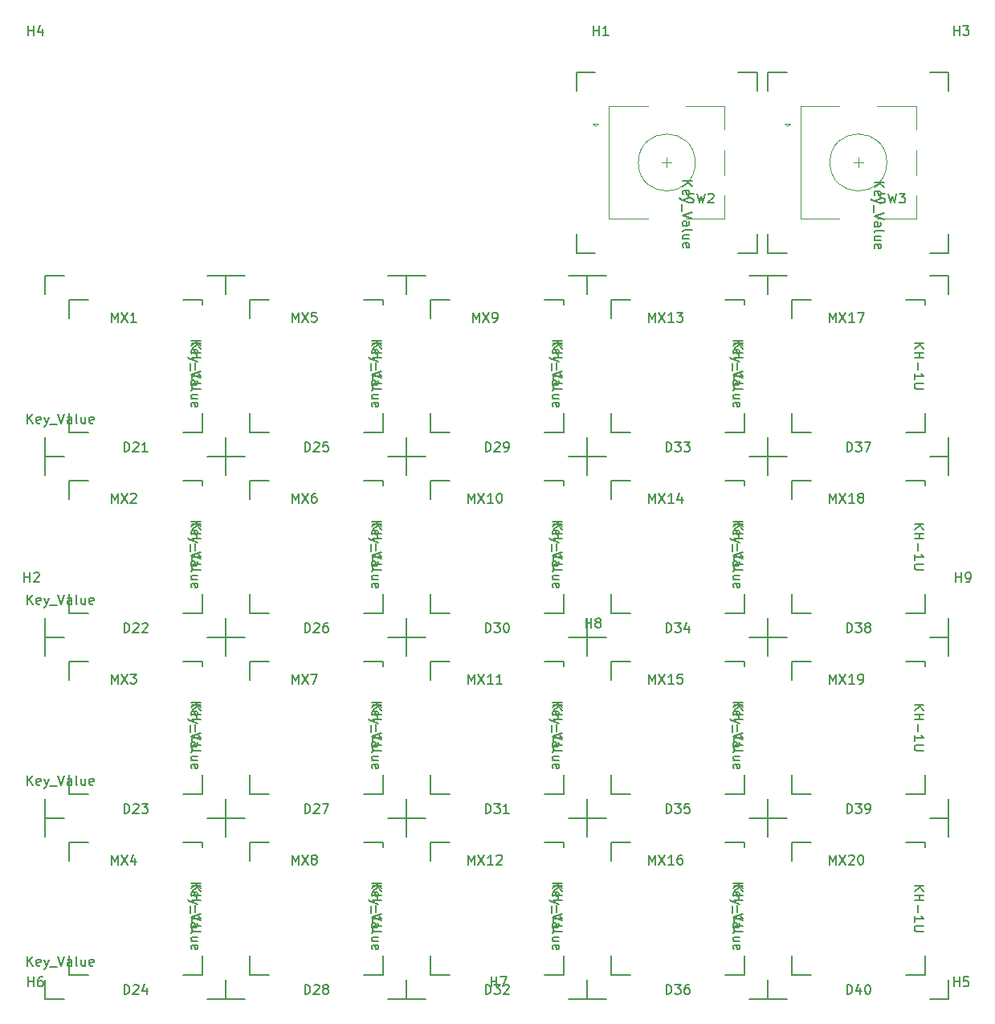
<source format=gbr>
%TF.GenerationSoftware,KiCad,Pcbnew,(6.0.4)*%
%TF.CreationDate,2022-05-20T19:43:05+02:00*%
%TF.ProjectId,MacroBoard-rounded,4d616372-6f42-46f6-9172-642d726f756e,rev?*%
%TF.SameCoordinates,Original*%
%TF.FileFunction,Legend,Top*%
%TF.FilePolarity,Positive*%
%FSLAX46Y46*%
G04 Gerber Fmt 4.6, Leading zero omitted, Abs format (unit mm)*
G04 Created by KiCad (PCBNEW (6.0.4)) date 2022-05-20 19:43:05*
%MOMM*%
%LPD*%
G01*
G04 APERTURE LIST*
%ADD10C,0.150000*%
%ADD11C,0.120000*%
G04 APERTURE END LIST*
D10*
%TO.C,H9*%
X167438095Y-87852380D02*
X167438095Y-86852380D01*
X167438095Y-87328571D02*
X168009523Y-87328571D01*
X168009523Y-87852380D02*
X168009523Y-86852380D01*
X168533333Y-87852380D02*
X168723809Y-87852380D01*
X168819047Y-87804761D01*
X168866666Y-87757142D01*
X168961904Y-87614285D01*
X169009523Y-87423809D01*
X169009523Y-87042857D01*
X168961904Y-86947619D01*
X168914285Y-86900000D01*
X168819047Y-86852380D01*
X168628571Y-86852380D01*
X168533333Y-86900000D01*
X168485714Y-86947619D01*
X168438095Y-87042857D01*
X168438095Y-87280952D01*
X168485714Y-87376190D01*
X168533333Y-87423809D01*
X168628571Y-87471428D01*
X168819047Y-87471428D01*
X168914285Y-87423809D01*
X168961904Y-87376190D01*
X169009523Y-87280952D01*
%TO.C,H8*%
X128438095Y-92652380D02*
X128438095Y-91652380D01*
X128438095Y-92128571D02*
X129009523Y-92128571D01*
X129009523Y-92652380D02*
X129009523Y-91652380D01*
X129628571Y-92080952D02*
X129533333Y-92033333D01*
X129485714Y-91985714D01*
X129438095Y-91890476D01*
X129438095Y-91842857D01*
X129485714Y-91747619D01*
X129533333Y-91700000D01*
X129628571Y-91652380D01*
X129819047Y-91652380D01*
X129914285Y-91700000D01*
X129961904Y-91747619D01*
X130009523Y-91842857D01*
X130009523Y-91890476D01*
X129961904Y-91985714D01*
X129914285Y-92033333D01*
X129819047Y-92080952D01*
X129628571Y-92080952D01*
X129533333Y-92128571D01*
X129485714Y-92176190D01*
X129438095Y-92271428D01*
X129438095Y-92461904D01*
X129485714Y-92557142D01*
X129533333Y-92604761D01*
X129628571Y-92652380D01*
X129819047Y-92652380D01*
X129914285Y-92604761D01*
X129961904Y-92557142D01*
X130009523Y-92461904D01*
X130009523Y-92271428D01*
X129961904Y-92176190D01*
X129914285Y-92128571D01*
X129819047Y-92080952D01*
%TO.C,H7*%
X118438095Y-130452380D02*
X118438095Y-129452380D01*
X118438095Y-129928571D02*
X119009523Y-129928571D01*
X119009523Y-130452380D02*
X119009523Y-129452380D01*
X119390476Y-129452380D02*
X120057142Y-129452380D01*
X119628571Y-130452380D01*
%TO.C,H6*%
X69638095Y-130452380D02*
X69638095Y-129452380D01*
X69638095Y-129928571D02*
X70209523Y-129928571D01*
X70209523Y-130452380D02*
X70209523Y-129452380D01*
X71114285Y-129452380D02*
X70923809Y-129452380D01*
X70828571Y-129500000D01*
X70780952Y-129547619D01*
X70685714Y-129690476D01*
X70638095Y-129880952D01*
X70638095Y-130261904D01*
X70685714Y-130357142D01*
X70733333Y-130404761D01*
X70828571Y-130452380D01*
X71019047Y-130452380D01*
X71114285Y-130404761D01*
X71161904Y-130357142D01*
X71209523Y-130261904D01*
X71209523Y-130023809D01*
X71161904Y-129928571D01*
X71114285Y-129880952D01*
X71019047Y-129833333D01*
X70828571Y-129833333D01*
X70733333Y-129880952D01*
X70685714Y-129928571D01*
X70638095Y-130023809D01*
%TO.C,H5*%
X167238095Y-130452380D02*
X167238095Y-129452380D01*
X167238095Y-129928571D02*
X167809523Y-129928571D01*
X167809523Y-130452380D02*
X167809523Y-129452380D01*
X168761904Y-129452380D02*
X168285714Y-129452380D01*
X168238095Y-129928571D01*
X168285714Y-129880952D01*
X168380952Y-129833333D01*
X168619047Y-129833333D01*
X168714285Y-129880952D01*
X168761904Y-129928571D01*
X168809523Y-130023809D01*
X168809523Y-130261904D01*
X168761904Y-130357142D01*
X168714285Y-130404761D01*
X168619047Y-130452380D01*
X168380952Y-130452380D01*
X168285714Y-130404761D01*
X168238095Y-130357142D01*
%TO.C,H4*%
X69638095Y-30252380D02*
X69638095Y-29252380D01*
X69638095Y-29728571D02*
X70209523Y-29728571D01*
X70209523Y-30252380D02*
X70209523Y-29252380D01*
X71114285Y-29585714D02*
X71114285Y-30252380D01*
X70876190Y-29204761D02*
X70638095Y-29919047D01*
X71257142Y-29919047D01*
%TO.C,H3*%
X167238095Y-30252380D02*
X167238095Y-29252380D01*
X167238095Y-29728571D02*
X167809523Y-29728571D01*
X167809523Y-30252380D02*
X167809523Y-29252380D01*
X168190476Y-29252380D02*
X168809523Y-29252380D01*
X168476190Y-29633333D01*
X168619047Y-29633333D01*
X168714285Y-29680952D01*
X168761904Y-29728571D01*
X168809523Y-29823809D01*
X168809523Y-30061904D01*
X168761904Y-30157142D01*
X168714285Y-30204761D01*
X168619047Y-30252380D01*
X168333333Y-30252380D01*
X168238095Y-30204761D01*
X168190476Y-30157142D01*
%TO.C,H2*%
X69238095Y-87852380D02*
X69238095Y-86852380D01*
X69238095Y-87328571D02*
X69809523Y-87328571D01*
X69809523Y-87852380D02*
X69809523Y-86852380D01*
X70238095Y-86947619D02*
X70285714Y-86900000D01*
X70380952Y-86852380D01*
X70619047Y-86852380D01*
X70714285Y-86900000D01*
X70761904Y-86947619D01*
X70809523Y-87042857D01*
X70809523Y-87138095D01*
X70761904Y-87280952D01*
X70190476Y-87852380D01*
X70809523Y-87852380D01*
%TO.C,H1*%
X129238095Y-30252380D02*
X129238095Y-29252380D01*
X129238095Y-29728571D02*
X129809523Y-29728571D01*
X129809523Y-30252380D02*
X129809523Y-29252380D01*
X130809523Y-30252380D02*
X130238095Y-30252380D01*
X130523809Y-30252380D02*
X130523809Y-29252380D01*
X130428571Y-29395238D01*
X130333333Y-29490476D01*
X130238095Y-29538095D01*
%TO.C,D21*%
X79754464Y-74102380D02*
X79754464Y-73102380D01*
X79992559Y-73102380D01*
X80135416Y-73150000D01*
X80230654Y-73245238D01*
X80278273Y-73340476D01*
X80325892Y-73530952D01*
X80325892Y-73673809D01*
X80278273Y-73864285D01*
X80230654Y-73959523D01*
X80135416Y-74054761D01*
X79992559Y-74102380D01*
X79754464Y-74102380D01*
X80706845Y-73197619D02*
X80754464Y-73150000D01*
X80849702Y-73102380D01*
X81087797Y-73102380D01*
X81183035Y-73150000D01*
X81230654Y-73197619D01*
X81278273Y-73292857D01*
X81278273Y-73388095D01*
X81230654Y-73530952D01*
X80659226Y-74102380D01*
X81278273Y-74102380D01*
X82230654Y-74102380D02*
X81659226Y-74102380D01*
X81944940Y-74102380D02*
X81944940Y-73102380D01*
X81849702Y-73245238D01*
X81754464Y-73340476D01*
X81659226Y-73388095D01*
%TO.C,MX10*%
X124960119Y-81732738D02*
X125960119Y-81732738D01*
X124960119Y-82304166D02*
X125531547Y-81875595D01*
X125960119Y-82304166D02*
X125388690Y-81732738D01*
X124960119Y-82732738D02*
X125960119Y-82732738D01*
X125483928Y-82732738D02*
X125483928Y-83304166D01*
X124960119Y-83304166D02*
X125960119Y-83304166D01*
X125341071Y-83780357D02*
X125341071Y-84542261D01*
X124960119Y-85542261D02*
X124960119Y-84970833D01*
X124960119Y-85256547D02*
X125960119Y-85256547D01*
X125817261Y-85161309D01*
X125722023Y-85066071D01*
X125674404Y-84970833D01*
X125960119Y-85970833D02*
X125150595Y-85970833D01*
X125055357Y-86018452D01*
X125007738Y-86066071D01*
X124960119Y-86161309D01*
X124960119Y-86351785D01*
X125007738Y-86447023D01*
X125055357Y-86494642D01*
X125150595Y-86542261D01*
X125960119Y-86542261D01*
X116030595Y-79509880D02*
X116030595Y-78509880D01*
X116363928Y-79224166D01*
X116697261Y-78509880D01*
X116697261Y-79509880D01*
X117078214Y-78509880D02*
X117744880Y-79509880D01*
X117744880Y-78509880D02*
X117078214Y-79509880D01*
X118649642Y-79509880D02*
X118078214Y-79509880D01*
X118363928Y-79509880D02*
X118363928Y-78509880D01*
X118268690Y-78652738D01*
X118173452Y-78747976D01*
X118078214Y-78795595D01*
X119268690Y-78509880D02*
X119363928Y-78509880D01*
X119459166Y-78557500D01*
X119506785Y-78605119D01*
X119554404Y-78700357D01*
X119602023Y-78890833D01*
X119602023Y-79128928D01*
X119554404Y-79319404D01*
X119506785Y-79414642D01*
X119459166Y-79462261D01*
X119363928Y-79509880D01*
X119268690Y-79509880D01*
X119173452Y-79462261D01*
X119125833Y-79414642D01*
X119078214Y-79319404D01*
X119030595Y-79128928D01*
X119030595Y-78890833D01*
X119078214Y-78700357D01*
X119125833Y-78605119D01*
X119173452Y-78557500D01*
X119268690Y-78509880D01*
%TO.C,D37*%
X155954464Y-74102380D02*
X155954464Y-73102380D01*
X156192559Y-73102380D01*
X156335416Y-73150000D01*
X156430654Y-73245238D01*
X156478273Y-73340476D01*
X156525892Y-73530952D01*
X156525892Y-73673809D01*
X156478273Y-73864285D01*
X156430654Y-73959523D01*
X156335416Y-74054761D01*
X156192559Y-74102380D01*
X155954464Y-74102380D01*
X156859226Y-73102380D02*
X157478273Y-73102380D01*
X157144940Y-73483333D01*
X157287797Y-73483333D01*
X157383035Y-73530952D01*
X157430654Y-73578571D01*
X157478273Y-73673809D01*
X157478273Y-73911904D01*
X157430654Y-74007142D01*
X157383035Y-74054761D01*
X157287797Y-74102380D01*
X157002083Y-74102380D01*
X156906845Y-74054761D01*
X156859226Y-74007142D01*
X157811607Y-73102380D02*
X158478273Y-73102380D01*
X158049702Y-74102380D01*
%TO.C,SW3*%
X159429166Y-47861011D02*
X159572023Y-47908630D01*
X159810119Y-47908630D01*
X159905357Y-47861011D01*
X159952976Y-47813392D01*
X160000595Y-47718154D01*
X160000595Y-47622916D01*
X159952976Y-47527678D01*
X159905357Y-47480059D01*
X159810119Y-47432440D01*
X159619642Y-47384821D01*
X159524404Y-47337202D01*
X159476785Y-47289583D01*
X159429166Y-47194345D01*
X159429166Y-47099107D01*
X159476785Y-47003869D01*
X159524404Y-46956250D01*
X159619642Y-46908630D01*
X159857738Y-46908630D01*
X160000595Y-46956250D01*
X160333928Y-46908630D02*
X160572023Y-47908630D01*
X160762500Y-47194345D01*
X160952976Y-47908630D01*
X161191071Y-46908630D01*
X161476785Y-46908630D02*
X162095833Y-46908630D01*
X161762500Y-47289583D01*
X161905357Y-47289583D01*
X162000595Y-47337202D01*
X162048214Y-47384821D01*
X162095833Y-47480059D01*
X162095833Y-47718154D01*
X162048214Y-47813392D01*
X162000595Y-47861011D01*
X161905357Y-47908630D01*
X161619642Y-47908630D01*
X161524404Y-47861011D01*
X161476785Y-47813392D01*
%TO.C,MX18*%
X163060119Y-81732738D02*
X164060119Y-81732738D01*
X163060119Y-82304166D02*
X163631547Y-81875595D01*
X164060119Y-82304166D02*
X163488690Y-81732738D01*
X163060119Y-82732738D02*
X164060119Y-82732738D01*
X163583928Y-82732738D02*
X163583928Y-83304166D01*
X163060119Y-83304166D02*
X164060119Y-83304166D01*
X163441071Y-83780357D02*
X163441071Y-84542261D01*
X163060119Y-85542261D02*
X163060119Y-84970833D01*
X163060119Y-85256547D02*
X164060119Y-85256547D01*
X163917261Y-85161309D01*
X163822023Y-85066071D01*
X163774404Y-84970833D01*
X164060119Y-85970833D02*
X163250595Y-85970833D01*
X163155357Y-86018452D01*
X163107738Y-86066071D01*
X163060119Y-86161309D01*
X163060119Y-86351785D01*
X163107738Y-86447023D01*
X163155357Y-86494642D01*
X163250595Y-86542261D01*
X164060119Y-86542261D01*
X154130595Y-79509880D02*
X154130595Y-78509880D01*
X154463928Y-79224166D01*
X154797261Y-78509880D01*
X154797261Y-79509880D01*
X155178214Y-78509880D02*
X155844880Y-79509880D01*
X155844880Y-78509880D02*
X155178214Y-79509880D01*
X156749642Y-79509880D02*
X156178214Y-79509880D01*
X156463928Y-79509880D02*
X156463928Y-78509880D01*
X156368690Y-78652738D01*
X156273452Y-78747976D01*
X156178214Y-78795595D01*
X157321071Y-78938452D02*
X157225833Y-78890833D01*
X157178214Y-78843214D01*
X157130595Y-78747976D01*
X157130595Y-78700357D01*
X157178214Y-78605119D01*
X157225833Y-78557500D01*
X157321071Y-78509880D01*
X157511547Y-78509880D01*
X157606785Y-78557500D01*
X157654404Y-78605119D01*
X157702023Y-78700357D01*
X157702023Y-78747976D01*
X157654404Y-78843214D01*
X157606785Y-78890833D01*
X157511547Y-78938452D01*
X157321071Y-78938452D01*
X157225833Y-78986071D01*
X157178214Y-79033690D01*
X157130595Y-79128928D01*
X157130595Y-79319404D01*
X157178214Y-79414642D01*
X157225833Y-79462261D01*
X157321071Y-79509880D01*
X157511547Y-79509880D01*
X157606785Y-79462261D01*
X157654404Y-79414642D01*
X157702023Y-79319404D01*
X157702023Y-79128928D01*
X157654404Y-79033690D01*
X157606785Y-78986071D01*
X157511547Y-78938452D01*
%TO.C,MX5*%
X105910119Y-62682738D02*
X106910119Y-62682738D01*
X105910119Y-63254166D02*
X106481547Y-62825595D01*
X106910119Y-63254166D02*
X106338690Y-62682738D01*
X105910119Y-63682738D02*
X106910119Y-63682738D01*
X106433928Y-63682738D02*
X106433928Y-64254166D01*
X105910119Y-64254166D02*
X106910119Y-64254166D01*
X106291071Y-64730357D02*
X106291071Y-65492261D01*
X105910119Y-66492261D02*
X105910119Y-65920833D01*
X105910119Y-66206547D02*
X106910119Y-66206547D01*
X106767261Y-66111309D01*
X106672023Y-66016071D01*
X106624404Y-65920833D01*
X106910119Y-66920833D02*
X106100595Y-66920833D01*
X106005357Y-66968452D01*
X105957738Y-67016071D01*
X105910119Y-67111309D01*
X105910119Y-67301785D01*
X105957738Y-67397023D01*
X106005357Y-67444642D01*
X106100595Y-67492261D01*
X106910119Y-67492261D01*
X97456785Y-60459880D02*
X97456785Y-59459880D01*
X97790119Y-60174166D01*
X98123452Y-59459880D01*
X98123452Y-60459880D01*
X98504404Y-59459880D02*
X99171071Y-60459880D01*
X99171071Y-59459880D02*
X98504404Y-60459880D01*
X100028214Y-59459880D02*
X99552023Y-59459880D01*
X99504404Y-59936071D01*
X99552023Y-59888452D01*
X99647261Y-59840833D01*
X99885357Y-59840833D01*
X99980595Y-59888452D01*
X100028214Y-59936071D01*
X100075833Y-60031309D01*
X100075833Y-60269404D01*
X100028214Y-60364642D01*
X99980595Y-60412261D01*
X99885357Y-60459880D01*
X99647261Y-60459880D01*
X99552023Y-60412261D01*
X99504404Y-60364642D01*
%TO.C,D32*%
X117854464Y-131252380D02*
X117854464Y-130252380D01*
X118092559Y-130252380D01*
X118235416Y-130300000D01*
X118330654Y-130395238D01*
X118378273Y-130490476D01*
X118425892Y-130680952D01*
X118425892Y-130823809D01*
X118378273Y-131014285D01*
X118330654Y-131109523D01*
X118235416Y-131204761D01*
X118092559Y-131252380D01*
X117854464Y-131252380D01*
X118759226Y-130252380D02*
X119378273Y-130252380D01*
X119044940Y-130633333D01*
X119187797Y-130633333D01*
X119283035Y-130680952D01*
X119330654Y-130728571D01*
X119378273Y-130823809D01*
X119378273Y-131061904D01*
X119330654Y-131157142D01*
X119283035Y-131204761D01*
X119187797Y-131252380D01*
X118902083Y-131252380D01*
X118806845Y-131204761D01*
X118759226Y-131157142D01*
X119759226Y-130347619D02*
X119806845Y-130300000D01*
X119902083Y-130252380D01*
X120140178Y-130252380D01*
X120235416Y-130300000D01*
X120283035Y-130347619D01*
X120330654Y-130442857D01*
X120330654Y-130538095D01*
X120283035Y-130680952D01*
X119711607Y-131252380D01*
X120330654Y-131252380D01*
%TO.C,D34*%
X136904464Y-93152380D02*
X136904464Y-92152380D01*
X137142559Y-92152380D01*
X137285416Y-92200000D01*
X137380654Y-92295238D01*
X137428273Y-92390476D01*
X137475892Y-92580952D01*
X137475892Y-92723809D01*
X137428273Y-92914285D01*
X137380654Y-93009523D01*
X137285416Y-93104761D01*
X137142559Y-93152380D01*
X136904464Y-93152380D01*
X137809226Y-92152380D02*
X138428273Y-92152380D01*
X138094940Y-92533333D01*
X138237797Y-92533333D01*
X138333035Y-92580952D01*
X138380654Y-92628571D01*
X138428273Y-92723809D01*
X138428273Y-92961904D01*
X138380654Y-93057142D01*
X138333035Y-93104761D01*
X138237797Y-93152380D01*
X137952083Y-93152380D01*
X137856845Y-93104761D01*
X137809226Y-93057142D01*
X139285416Y-92485714D02*
X139285416Y-93152380D01*
X139047321Y-92104761D02*
X138809226Y-92819047D01*
X139428273Y-92819047D01*
%TO.C,D23*%
X79754464Y-112202380D02*
X79754464Y-111202380D01*
X79992559Y-111202380D01*
X80135416Y-111250000D01*
X80230654Y-111345238D01*
X80278273Y-111440476D01*
X80325892Y-111630952D01*
X80325892Y-111773809D01*
X80278273Y-111964285D01*
X80230654Y-112059523D01*
X80135416Y-112154761D01*
X79992559Y-112202380D01*
X79754464Y-112202380D01*
X80706845Y-111297619D02*
X80754464Y-111250000D01*
X80849702Y-111202380D01*
X81087797Y-111202380D01*
X81183035Y-111250000D01*
X81230654Y-111297619D01*
X81278273Y-111392857D01*
X81278273Y-111488095D01*
X81230654Y-111630952D01*
X80659226Y-112202380D01*
X81278273Y-112202380D01*
X81611607Y-111202380D02*
X82230654Y-111202380D01*
X81897321Y-111583333D01*
X82040178Y-111583333D01*
X82135416Y-111630952D01*
X82183035Y-111678571D01*
X82230654Y-111773809D01*
X82230654Y-112011904D01*
X82183035Y-112107142D01*
X82135416Y-112154761D01*
X82040178Y-112202380D01*
X81754464Y-112202380D01*
X81659226Y-112154761D01*
X81611607Y-112107142D01*
%TO.C,D25*%
X98804464Y-74102380D02*
X98804464Y-73102380D01*
X99042559Y-73102380D01*
X99185416Y-73150000D01*
X99280654Y-73245238D01*
X99328273Y-73340476D01*
X99375892Y-73530952D01*
X99375892Y-73673809D01*
X99328273Y-73864285D01*
X99280654Y-73959523D01*
X99185416Y-74054761D01*
X99042559Y-74102380D01*
X98804464Y-74102380D01*
X99756845Y-73197619D02*
X99804464Y-73150000D01*
X99899702Y-73102380D01*
X100137797Y-73102380D01*
X100233035Y-73150000D01*
X100280654Y-73197619D01*
X100328273Y-73292857D01*
X100328273Y-73388095D01*
X100280654Y-73530952D01*
X99709226Y-74102380D01*
X100328273Y-74102380D01*
X101233035Y-73102380D02*
X100756845Y-73102380D01*
X100709226Y-73578571D01*
X100756845Y-73530952D01*
X100852083Y-73483333D01*
X101090178Y-73483333D01*
X101185416Y-73530952D01*
X101233035Y-73578571D01*
X101280654Y-73673809D01*
X101280654Y-73911904D01*
X101233035Y-74007142D01*
X101185416Y-74054761D01*
X101090178Y-74102380D01*
X100852083Y-74102380D01*
X100756845Y-74054761D01*
X100709226Y-74007142D01*
%TO.C,MX20*%
X154130595Y-117609880D02*
X154130595Y-116609880D01*
X154463928Y-117324166D01*
X154797261Y-116609880D01*
X154797261Y-117609880D01*
X155178214Y-116609880D02*
X155844880Y-117609880D01*
X155844880Y-116609880D02*
X155178214Y-117609880D01*
X156178214Y-116705119D02*
X156225833Y-116657500D01*
X156321071Y-116609880D01*
X156559166Y-116609880D01*
X156654404Y-116657500D01*
X156702023Y-116705119D01*
X156749642Y-116800357D01*
X156749642Y-116895595D01*
X156702023Y-117038452D01*
X156130595Y-117609880D01*
X156749642Y-117609880D01*
X157368690Y-116609880D02*
X157463928Y-116609880D01*
X157559166Y-116657500D01*
X157606785Y-116705119D01*
X157654404Y-116800357D01*
X157702023Y-116990833D01*
X157702023Y-117228928D01*
X157654404Y-117419404D01*
X157606785Y-117514642D01*
X157559166Y-117562261D01*
X157463928Y-117609880D01*
X157368690Y-117609880D01*
X157273452Y-117562261D01*
X157225833Y-117514642D01*
X157178214Y-117419404D01*
X157130595Y-117228928D01*
X157130595Y-116990833D01*
X157178214Y-116800357D01*
X157225833Y-116705119D01*
X157273452Y-116657500D01*
X157368690Y-116609880D01*
X163060119Y-119832738D02*
X164060119Y-119832738D01*
X163060119Y-120404166D02*
X163631547Y-119975595D01*
X164060119Y-120404166D02*
X163488690Y-119832738D01*
X163060119Y-120832738D02*
X164060119Y-120832738D01*
X163583928Y-120832738D02*
X163583928Y-121404166D01*
X163060119Y-121404166D02*
X164060119Y-121404166D01*
X163441071Y-121880357D02*
X163441071Y-122642261D01*
X163060119Y-123642261D02*
X163060119Y-123070833D01*
X163060119Y-123356547D02*
X164060119Y-123356547D01*
X163917261Y-123261309D01*
X163822023Y-123166071D01*
X163774404Y-123070833D01*
X164060119Y-124070833D02*
X163250595Y-124070833D01*
X163155357Y-124118452D01*
X163107738Y-124166071D01*
X163060119Y-124261309D01*
X163060119Y-124451785D01*
X163107738Y-124547023D01*
X163155357Y-124594642D01*
X163250595Y-124642261D01*
X164060119Y-124642261D01*
%TO.C,MX2*%
X86860119Y-81732738D02*
X87860119Y-81732738D01*
X86860119Y-82304166D02*
X87431547Y-81875595D01*
X87860119Y-82304166D02*
X87288690Y-81732738D01*
X86860119Y-82732738D02*
X87860119Y-82732738D01*
X87383928Y-82732738D02*
X87383928Y-83304166D01*
X86860119Y-83304166D02*
X87860119Y-83304166D01*
X87241071Y-83780357D02*
X87241071Y-84542261D01*
X86860119Y-85542261D02*
X86860119Y-84970833D01*
X86860119Y-85256547D02*
X87860119Y-85256547D01*
X87717261Y-85161309D01*
X87622023Y-85066071D01*
X87574404Y-84970833D01*
X87860119Y-85970833D02*
X87050595Y-85970833D01*
X86955357Y-86018452D01*
X86907738Y-86066071D01*
X86860119Y-86161309D01*
X86860119Y-86351785D01*
X86907738Y-86447023D01*
X86955357Y-86494642D01*
X87050595Y-86542261D01*
X87860119Y-86542261D01*
X78406785Y-79509880D02*
X78406785Y-78509880D01*
X78740119Y-79224166D01*
X79073452Y-78509880D01*
X79073452Y-79509880D01*
X79454404Y-78509880D02*
X80121071Y-79509880D01*
X80121071Y-78509880D02*
X79454404Y-79509880D01*
X80454404Y-78605119D02*
X80502023Y-78557500D01*
X80597261Y-78509880D01*
X80835357Y-78509880D01*
X80930595Y-78557500D01*
X80978214Y-78605119D01*
X81025833Y-78700357D01*
X81025833Y-78795595D01*
X80978214Y-78938452D01*
X80406785Y-79509880D01*
X81025833Y-79509880D01*
%TO.C,MX7*%
X105910119Y-100782738D02*
X106910119Y-100782738D01*
X105910119Y-101354166D02*
X106481547Y-100925595D01*
X106910119Y-101354166D02*
X106338690Y-100782738D01*
X105910119Y-101782738D02*
X106910119Y-101782738D01*
X106433928Y-101782738D02*
X106433928Y-102354166D01*
X105910119Y-102354166D02*
X106910119Y-102354166D01*
X106291071Y-102830357D02*
X106291071Y-103592261D01*
X105910119Y-104592261D02*
X105910119Y-104020833D01*
X105910119Y-104306547D02*
X106910119Y-104306547D01*
X106767261Y-104211309D01*
X106672023Y-104116071D01*
X106624404Y-104020833D01*
X106910119Y-105020833D02*
X106100595Y-105020833D01*
X106005357Y-105068452D01*
X105957738Y-105116071D01*
X105910119Y-105211309D01*
X105910119Y-105401785D01*
X105957738Y-105497023D01*
X106005357Y-105544642D01*
X106100595Y-105592261D01*
X106910119Y-105592261D01*
X97456785Y-98559880D02*
X97456785Y-97559880D01*
X97790119Y-98274166D01*
X98123452Y-97559880D01*
X98123452Y-98559880D01*
X98504404Y-97559880D02*
X99171071Y-98559880D01*
X99171071Y-97559880D02*
X98504404Y-98559880D01*
X99456785Y-97559880D02*
X100123452Y-97559880D01*
X99694880Y-98559880D01*
%TO.C,MX1*%
X78406785Y-60459880D02*
X78406785Y-59459880D01*
X78740119Y-60174166D01*
X79073452Y-59459880D01*
X79073452Y-60459880D01*
X79454404Y-59459880D02*
X80121071Y-60459880D01*
X80121071Y-59459880D02*
X79454404Y-60459880D01*
X81025833Y-60459880D02*
X80454404Y-60459880D01*
X80740119Y-60459880D02*
X80740119Y-59459880D01*
X80644880Y-59602738D01*
X80549642Y-59697976D01*
X80454404Y-59745595D01*
X86860119Y-62682738D02*
X87860119Y-62682738D01*
X86860119Y-63254166D02*
X87431547Y-62825595D01*
X87860119Y-63254166D02*
X87288690Y-62682738D01*
X86860119Y-63682738D02*
X87860119Y-63682738D01*
X87383928Y-63682738D02*
X87383928Y-64254166D01*
X86860119Y-64254166D02*
X87860119Y-64254166D01*
X87241071Y-64730357D02*
X87241071Y-65492261D01*
X86860119Y-66492261D02*
X86860119Y-65920833D01*
X86860119Y-66206547D02*
X87860119Y-66206547D01*
X87717261Y-66111309D01*
X87622023Y-66016071D01*
X87574404Y-65920833D01*
X87860119Y-66920833D02*
X87050595Y-66920833D01*
X86955357Y-66968452D01*
X86907738Y-67016071D01*
X86860119Y-67111309D01*
X86860119Y-67301785D01*
X86907738Y-67397023D01*
X86955357Y-67444642D01*
X87050595Y-67492261D01*
X87860119Y-67492261D01*
%TO.C,MX3*%
X86860119Y-100782738D02*
X87860119Y-100782738D01*
X86860119Y-101354166D02*
X87431547Y-100925595D01*
X87860119Y-101354166D02*
X87288690Y-100782738D01*
X86860119Y-101782738D02*
X87860119Y-101782738D01*
X87383928Y-101782738D02*
X87383928Y-102354166D01*
X86860119Y-102354166D02*
X87860119Y-102354166D01*
X87241071Y-102830357D02*
X87241071Y-103592261D01*
X86860119Y-104592261D02*
X86860119Y-104020833D01*
X86860119Y-104306547D02*
X87860119Y-104306547D01*
X87717261Y-104211309D01*
X87622023Y-104116071D01*
X87574404Y-104020833D01*
X87860119Y-105020833D02*
X87050595Y-105020833D01*
X86955357Y-105068452D01*
X86907738Y-105116071D01*
X86860119Y-105211309D01*
X86860119Y-105401785D01*
X86907738Y-105497023D01*
X86955357Y-105544642D01*
X87050595Y-105592261D01*
X87860119Y-105592261D01*
X78406785Y-98559880D02*
X78406785Y-97559880D01*
X78740119Y-98274166D01*
X79073452Y-97559880D01*
X79073452Y-98559880D01*
X79454404Y-97559880D02*
X80121071Y-98559880D01*
X80121071Y-97559880D02*
X79454404Y-98559880D01*
X80406785Y-97559880D02*
X81025833Y-97559880D01*
X80692500Y-97940833D01*
X80835357Y-97940833D01*
X80930595Y-97988452D01*
X80978214Y-98036071D01*
X81025833Y-98131309D01*
X81025833Y-98369404D01*
X80978214Y-98464642D01*
X80930595Y-98512261D01*
X80835357Y-98559880D01*
X80549642Y-98559880D01*
X80454404Y-98512261D01*
X80406785Y-98464642D01*
%TO.C,MX6*%
X105910119Y-81732738D02*
X106910119Y-81732738D01*
X105910119Y-82304166D02*
X106481547Y-81875595D01*
X106910119Y-82304166D02*
X106338690Y-81732738D01*
X105910119Y-82732738D02*
X106910119Y-82732738D01*
X106433928Y-82732738D02*
X106433928Y-83304166D01*
X105910119Y-83304166D02*
X106910119Y-83304166D01*
X106291071Y-83780357D02*
X106291071Y-84542261D01*
X105910119Y-85542261D02*
X105910119Y-84970833D01*
X105910119Y-85256547D02*
X106910119Y-85256547D01*
X106767261Y-85161309D01*
X106672023Y-85066071D01*
X106624404Y-84970833D01*
X106910119Y-85970833D02*
X106100595Y-85970833D01*
X106005357Y-86018452D01*
X105957738Y-86066071D01*
X105910119Y-86161309D01*
X105910119Y-86351785D01*
X105957738Y-86447023D01*
X106005357Y-86494642D01*
X106100595Y-86542261D01*
X106910119Y-86542261D01*
X97456785Y-79509880D02*
X97456785Y-78509880D01*
X97790119Y-79224166D01*
X98123452Y-78509880D01*
X98123452Y-79509880D01*
X98504404Y-78509880D02*
X99171071Y-79509880D01*
X99171071Y-78509880D02*
X98504404Y-79509880D01*
X99980595Y-78509880D02*
X99790119Y-78509880D01*
X99694880Y-78557500D01*
X99647261Y-78605119D01*
X99552023Y-78747976D01*
X99504404Y-78938452D01*
X99504404Y-79319404D01*
X99552023Y-79414642D01*
X99599642Y-79462261D01*
X99694880Y-79509880D01*
X99885357Y-79509880D01*
X99980595Y-79462261D01*
X100028214Y-79414642D01*
X100075833Y-79319404D01*
X100075833Y-79081309D01*
X100028214Y-78986071D01*
X99980595Y-78938452D01*
X99885357Y-78890833D01*
X99694880Y-78890833D01*
X99599642Y-78938452D01*
X99552023Y-78986071D01*
X99504404Y-79081309D01*
%TO.C,MX17*%
X163060119Y-62682738D02*
X164060119Y-62682738D01*
X163060119Y-63254166D02*
X163631547Y-62825595D01*
X164060119Y-63254166D02*
X163488690Y-62682738D01*
X163060119Y-63682738D02*
X164060119Y-63682738D01*
X163583928Y-63682738D02*
X163583928Y-64254166D01*
X163060119Y-64254166D02*
X164060119Y-64254166D01*
X163441071Y-64730357D02*
X163441071Y-65492261D01*
X163060119Y-66492261D02*
X163060119Y-65920833D01*
X163060119Y-66206547D02*
X164060119Y-66206547D01*
X163917261Y-66111309D01*
X163822023Y-66016071D01*
X163774404Y-65920833D01*
X164060119Y-66920833D02*
X163250595Y-66920833D01*
X163155357Y-66968452D01*
X163107738Y-67016071D01*
X163060119Y-67111309D01*
X163060119Y-67301785D01*
X163107738Y-67397023D01*
X163155357Y-67444642D01*
X163250595Y-67492261D01*
X164060119Y-67492261D01*
X154130595Y-60459880D02*
X154130595Y-59459880D01*
X154463928Y-60174166D01*
X154797261Y-59459880D01*
X154797261Y-60459880D01*
X155178214Y-59459880D02*
X155844880Y-60459880D01*
X155844880Y-59459880D02*
X155178214Y-60459880D01*
X156749642Y-60459880D02*
X156178214Y-60459880D01*
X156463928Y-60459880D02*
X156463928Y-59459880D01*
X156368690Y-59602738D01*
X156273452Y-59697976D01*
X156178214Y-59745595D01*
X157082976Y-59459880D02*
X157749642Y-59459880D01*
X157321071Y-60459880D01*
%TO.C,MX11*%
X124960119Y-100782738D02*
X125960119Y-100782738D01*
X124960119Y-101354166D02*
X125531547Y-100925595D01*
X125960119Y-101354166D02*
X125388690Y-100782738D01*
X124960119Y-101782738D02*
X125960119Y-101782738D01*
X125483928Y-101782738D02*
X125483928Y-102354166D01*
X124960119Y-102354166D02*
X125960119Y-102354166D01*
X125341071Y-102830357D02*
X125341071Y-103592261D01*
X124960119Y-104592261D02*
X124960119Y-104020833D01*
X124960119Y-104306547D02*
X125960119Y-104306547D01*
X125817261Y-104211309D01*
X125722023Y-104116071D01*
X125674404Y-104020833D01*
X125960119Y-105020833D02*
X125150595Y-105020833D01*
X125055357Y-105068452D01*
X125007738Y-105116071D01*
X124960119Y-105211309D01*
X124960119Y-105401785D01*
X125007738Y-105497023D01*
X125055357Y-105544642D01*
X125150595Y-105592261D01*
X125960119Y-105592261D01*
X116030595Y-98559880D02*
X116030595Y-97559880D01*
X116363928Y-98274166D01*
X116697261Y-97559880D01*
X116697261Y-98559880D01*
X117078214Y-97559880D02*
X117744880Y-98559880D01*
X117744880Y-97559880D02*
X117078214Y-98559880D01*
X118649642Y-98559880D02*
X118078214Y-98559880D01*
X118363928Y-98559880D02*
X118363928Y-97559880D01*
X118268690Y-97702738D01*
X118173452Y-97797976D01*
X118078214Y-97845595D01*
X119602023Y-98559880D02*
X119030595Y-98559880D01*
X119316309Y-98559880D02*
X119316309Y-97559880D01*
X119221071Y-97702738D01*
X119125833Y-97797976D01*
X119030595Y-97845595D01*
%TO.C,MX9*%
X116506785Y-60459880D02*
X116506785Y-59459880D01*
X116840119Y-60174166D01*
X117173452Y-59459880D01*
X117173452Y-60459880D01*
X117554404Y-59459880D02*
X118221071Y-60459880D01*
X118221071Y-59459880D02*
X117554404Y-60459880D01*
X118649642Y-60459880D02*
X118840119Y-60459880D01*
X118935357Y-60412261D01*
X118982976Y-60364642D01*
X119078214Y-60221785D01*
X119125833Y-60031309D01*
X119125833Y-59650357D01*
X119078214Y-59555119D01*
X119030595Y-59507500D01*
X118935357Y-59459880D01*
X118744880Y-59459880D01*
X118649642Y-59507500D01*
X118602023Y-59555119D01*
X118554404Y-59650357D01*
X118554404Y-59888452D01*
X118602023Y-59983690D01*
X118649642Y-60031309D01*
X118744880Y-60078928D01*
X118935357Y-60078928D01*
X119030595Y-60031309D01*
X119078214Y-59983690D01*
X119125833Y-59888452D01*
X124960119Y-62682738D02*
X125960119Y-62682738D01*
X124960119Y-63254166D02*
X125531547Y-62825595D01*
X125960119Y-63254166D02*
X125388690Y-62682738D01*
X124960119Y-63682738D02*
X125960119Y-63682738D01*
X125483928Y-63682738D02*
X125483928Y-64254166D01*
X124960119Y-64254166D02*
X125960119Y-64254166D01*
X125341071Y-64730357D02*
X125341071Y-65492261D01*
X124960119Y-66492261D02*
X124960119Y-65920833D01*
X124960119Y-66206547D02*
X125960119Y-66206547D01*
X125817261Y-66111309D01*
X125722023Y-66016071D01*
X125674404Y-65920833D01*
X125960119Y-66920833D02*
X125150595Y-66920833D01*
X125055357Y-66968452D01*
X125007738Y-67016071D01*
X124960119Y-67111309D01*
X124960119Y-67301785D01*
X125007738Y-67397023D01*
X125055357Y-67444642D01*
X125150595Y-67492261D01*
X125960119Y-67492261D01*
%TO.C,MX16*%
X135080595Y-117609880D02*
X135080595Y-116609880D01*
X135413928Y-117324166D01*
X135747261Y-116609880D01*
X135747261Y-117609880D01*
X136128214Y-116609880D02*
X136794880Y-117609880D01*
X136794880Y-116609880D02*
X136128214Y-117609880D01*
X137699642Y-117609880D02*
X137128214Y-117609880D01*
X137413928Y-117609880D02*
X137413928Y-116609880D01*
X137318690Y-116752738D01*
X137223452Y-116847976D01*
X137128214Y-116895595D01*
X138556785Y-116609880D02*
X138366309Y-116609880D01*
X138271071Y-116657500D01*
X138223452Y-116705119D01*
X138128214Y-116847976D01*
X138080595Y-117038452D01*
X138080595Y-117419404D01*
X138128214Y-117514642D01*
X138175833Y-117562261D01*
X138271071Y-117609880D01*
X138461547Y-117609880D01*
X138556785Y-117562261D01*
X138604404Y-117514642D01*
X138652023Y-117419404D01*
X138652023Y-117181309D01*
X138604404Y-117086071D01*
X138556785Y-117038452D01*
X138461547Y-116990833D01*
X138271071Y-116990833D01*
X138175833Y-117038452D01*
X138128214Y-117086071D01*
X138080595Y-117181309D01*
X144010119Y-119832738D02*
X145010119Y-119832738D01*
X144010119Y-120404166D02*
X144581547Y-119975595D01*
X145010119Y-120404166D02*
X144438690Y-119832738D01*
X144010119Y-120832738D02*
X145010119Y-120832738D01*
X144533928Y-120832738D02*
X144533928Y-121404166D01*
X144010119Y-121404166D02*
X145010119Y-121404166D01*
X144391071Y-121880357D02*
X144391071Y-122642261D01*
X144010119Y-123642261D02*
X144010119Y-123070833D01*
X144010119Y-123356547D02*
X145010119Y-123356547D01*
X144867261Y-123261309D01*
X144772023Y-123166071D01*
X144724404Y-123070833D01*
X145010119Y-124070833D02*
X144200595Y-124070833D01*
X144105357Y-124118452D01*
X144057738Y-124166071D01*
X144010119Y-124261309D01*
X144010119Y-124451785D01*
X144057738Y-124547023D01*
X144105357Y-124594642D01*
X144200595Y-124642261D01*
X145010119Y-124642261D01*
%TO.C,D26*%
X98804464Y-93152380D02*
X98804464Y-92152380D01*
X99042559Y-92152380D01*
X99185416Y-92200000D01*
X99280654Y-92295238D01*
X99328273Y-92390476D01*
X99375892Y-92580952D01*
X99375892Y-92723809D01*
X99328273Y-92914285D01*
X99280654Y-93009523D01*
X99185416Y-93104761D01*
X99042559Y-93152380D01*
X98804464Y-93152380D01*
X99756845Y-92247619D02*
X99804464Y-92200000D01*
X99899702Y-92152380D01*
X100137797Y-92152380D01*
X100233035Y-92200000D01*
X100280654Y-92247619D01*
X100328273Y-92342857D01*
X100328273Y-92438095D01*
X100280654Y-92580952D01*
X99709226Y-93152380D01*
X100328273Y-93152380D01*
X101185416Y-92152380D02*
X100994940Y-92152380D01*
X100899702Y-92200000D01*
X100852083Y-92247619D01*
X100756845Y-92390476D01*
X100709226Y-92580952D01*
X100709226Y-92961904D01*
X100756845Y-93057142D01*
X100804464Y-93104761D01*
X100899702Y-93152380D01*
X101090178Y-93152380D01*
X101185416Y-93104761D01*
X101233035Y-93057142D01*
X101280654Y-92961904D01*
X101280654Y-92723809D01*
X101233035Y-92628571D01*
X101185416Y-92580952D01*
X101090178Y-92533333D01*
X100899702Y-92533333D01*
X100804464Y-92580952D01*
X100756845Y-92628571D01*
X100709226Y-92723809D01*
%TO.C,D38*%
X155954464Y-93152380D02*
X155954464Y-92152380D01*
X156192559Y-92152380D01*
X156335416Y-92200000D01*
X156430654Y-92295238D01*
X156478273Y-92390476D01*
X156525892Y-92580952D01*
X156525892Y-92723809D01*
X156478273Y-92914285D01*
X156430654Y-93009523D01*
X156335416Y-93104761D01*
X156192559Y-93152380D01*
X155954464Y-93152380D01*
X156859226Y-92152380D02*
X157478273Y-92152380D01*
X157144940Y-92533333D01*
X157287797Y-92533333D01*
X157383035Y-92580952D01*
X157430654Y-92628571D01*
X157478273Y-92723809D01*
X157478273Y-92961904D01*
X157430654Y-93057142D01*
X157383035Y-93104761D01*
X157287797Y-93152380D01*
X157002083Y-93152380D01*
X156906845Y-93104761D01*
X156859226Y-93057142D01*
X158049702Y-92580952D02*
X157954464Y-92533333D01*
X157906845Y-92485714D01*
X157859226Y-92390476D01*
X157859226Y-92342857D01*
X157906845Y-92247619D01*
X157954464Y-92200000D01*
X158049702Y-92152380D01*
X158240178Y-92152380D01*
X158335416Y-92200000D01*
X158383035Y-92247619D01*
X158430654Y-92342857D01*
X158430654Y-92390476D01*
X158383035Y-92485714D01*
X158335416Y-92533333D01*
X158240178Y-92580952D01*
X158049702Y-92580952D01*
X157954464Y-92628571D01*
X157906845Y-92676190D01*
X157859226Y-92771428D01*
X157859226Y-92961904D01*
X157906845Y-93057142D01*
X157954464Y-93104761D01*
X158049702Y-93152380D01*
X158240178Y-93152380D01*
X158335416Y-93104761D01*
X158383035Y-93057142D01*
X158430654Y-92961904D01*
X158430654Y-92771428D01*
X158383035Y-92676190D01*
X158335416Y-92628571D01*
X158240178Y-92580952D01*
%TO.C,D24*%
X79754464Y-131252380D02*
X79754464Y-130252380D01*
X79992559Y-130252380D01*
X80135416Y-130300000D01*
X80230654Y-130395238D01*
X80278273Y-130490476D01*
X80325892Y-130680952D01*
X80325892Y-130823809D01*
X80278273Y-131014285D01*
X80230654Y-131109523D01*
X80135416Y-131204761D01*
X79992559Y-131252380D01*
X79754464Y-131252380D01*
X80706845Y-130347619D02*
X80754464Y-130300000D01*
X80849702Y-130252380D01*
X81087797Y-130252380D01*
X81183035Y-130300000D01*
X81230654Y-130347619D01*
X81278273Y-130442857D01*
X81278273Y-130538095D01*
X81230654Y-130680952D01*
X80659226Y-131252380D01*
X81278273Y-131252380D01*
X82135416Y-130585714D02*
X82135416Y-131252380D01*
X81897321Y-130204761D02*
X81659226Y-130919047D01*
X82278273Y-130919047D01*
%TO.C,D22*%
X79754464Y-93152380D02*
X79754464Y-92152380D01*
X79992559Y-92152380D01*
X80135416Y-92200000D01*
X80230654Y-92295238D01*
X80278273Y-92390476D01*
X80325892Y-92580952D01*
X80325892Y-92723809D01*
X80278273Y-92914285D01*
X80230654Y-93009523D01*
X80135416Y-93104761D01*
X79992559Y-93152380D01*
X79754464Y-93152380D01*
X80706845Y-92247619D02*
X80754464Y-92200000D01*
X80849702Y-92152380D01*
X81087797Y-92152380D01*
X81183035Y-92200000D01*
X81230654Y-92247619D01*
X81278273Y-92342857D01*
X81278273Y-92438095D01*
X81230654Y-92580952D01*
X80659226Y-93152380D01*
X81278273Y-93152380D01*
X81659226Y-92247619D02*
X81706845Y-92200000D01*
X81802083Y-92152380D01*
X82040178Y-92152380D01*
X82135416Y-92200000D01*
X82183035Y-92247619D01*
X82230654Y-92342857D01*
X82230654Y-92438095D01*
X82183035Y-92580952D01*
X81611607Y-93152380D01*
X82230654Y-93152380D01*
%TO.C,D36*%
X136904464Y-131252380D02*
X136904464Y-130252380D01*
X137142559Y-130252380D01*
X137285416Y-130300000D01*
X137380654Y-130395238D01*
X137428273Y-130490476D01*
X137475892Y-130680952D01*
X137475892Y-130823809D01*
X137428273Y-131014285D01*
X137380654Y-131109523D01*
X137285416Y-131204761D01*
X137142559Y-131252380D01*
X136904464Y-131252380D01*
X137809226Y-130252380D02*
X138428273Y-130252380D01*
X138094940Y-130633333D01*
X138237797Y-130633333D01*
X138333035Y-130680952D01*
X138380654Y-130728571D01*
X138428273Y-130823809D01*
X138428273Y-131061904D01*
X138380654Y-131157142D01*
X138333035Y-131204761D01*
X138237797Y-131252380D01*
X137952083Y-131252380D01*
X137856845Y-131204761D01*
X137809226Y-131157142D01*
X139285416Y-130252380D02*
X139094940Y-130252380D01*
X138999702Y-130300000D01*
X138952083Y-130347619D01*
X138856845Y-130490476D01*
X138809226Y-130680952D01*
X138809226Y-131061904D01*
X138856845Y-131157142D01*
X138904464Y-131204761D01*
X138999702Y-131252380D01*
X139190178Y-131252380D01*
X139285416Y-131204761D01*
X139333035Y-131157142D01*
X139380654Y-131061904D01*
X139380654Y-130823809D01*
X139333035Y-130728571D01*
X139285416Y-130680952D01*
X139190178Y-130633333D01*
X138999702Y-130633333D01*
X138904464Y-130680952D01*
X138856845Y-130728571D01*
X138809226Y-130823809D01*
%TO.C,MX19*%
X154130595Y-98559880D02*
X154130595Y-97559880D01*
X154463928Y-98274166D01*
X154797261Y-97559880D01*
X154797261Y-98559880D01*
X155178214Y-97559880D02*
X155844880Y-98559880D01*
X155844880Y-97559880D02*
X155178214Y-98559880D01*
X156749642Y-98559880D02*
X156178214Y-98559880D01*
X156463928Y-98559880D02*
X156463928Y-97559880D01*
X156368690Y-97702738D01*
X156273452Y-97797976D01*
X156178214Y-97845595D01*
X157225833Y-98559880D02*
X157416309Y-98559880D01*
X157511547Y-98512261D01*
X157559166Y-98464642D01*
X157654404Y-98321785D01*
X157702023Y-98131309D01*
X157702023Y-97750357D01*
X157654404Y-97655119D01*
X157606785Y-97607500D01*
X157511547Y-97559880D01*
X157321071Y-97559880D01*
X157225833Y-97607500D01*
X157178214Y-97655119D01*
X157130595Y-97750357D01*
X157130595Y-97988452D01*
X157178214Y-98083690D01*
X157225833Y-98131309D01*
X157321071Y-98178928D01*
X157511547Y-98178928D01*
X157606785Y-98131309D01*
X157654404Y-98083690D01*
X157702023Y-97988452D01*
X163060119Y-100782738D02*
X164060119Y-100782738D01*
X163060119Y-101354166D02*
X163631547Y-100925595D01*
X164060119Y-101354166D02*
X163488690Y-100782738D01*
X163060119Y-101782738D02*
X164060119Y-101782738D01*
X163583928Y-101782738D02*
X163583928Y-102354166D01*
X163060119Y-102354166D02*
X164060119Y-102354166D01*
X163441071Y-102830357D02*
X163441071Y-103592261D01*
X163060119Y-104592261D02*
X163060119Y-104020833D01*
X163060119Y-104306547D02*
X164060119Y-104306547D01*
X163917261Y-104211309D01*
X163822023Y-104116071D01*
X163774404Y-104020833D01*
X164060119Y-105020833D02*
X163250595Y-105020833D01*
X163155357Y-105068452D01*
X163107738Y-105116071D01*
X163060119Y-105211309D01*
X163060119Y-105401785D01*
X163107738Y-105497023D01*
X163155357Y-105544642D01*
X163250595Y-105592261D01*
X164060119Y-105592261D01*
%TO.C,MX12*%
X124960119Y-119832738D02*
X125960119Y-119832738D01*
X124960119Y-120404166D02*
X125531547Y-119975595D01*
X125960119Y-120404166D02*
X125388690Y-119832738D01*
X124960119Y-120832738D02*
X125960119Y-120832738D01*
X125483928Y-120832738D02*
X125483928Y-121404166D01*
X124960119Y-121404166D02*
X125960119Y-121404166D01*
X125341071Y-121880357D02*
X125341071Y-122642261D01*
X124960119Y-123642261D02*
X124960119Y-123070833D01*
X124960119Y-123356547D02*
X125960119Y-123356547D01*
X125817261Y-123261309D01*
X125722023Y-123166071D01*
X125674404Y-123070833D01*
X125960119Y-124070833D02*
X125150595Y-124070833D01*
X125055357Y-124118452D01*
X125007738Y-124166071D01*
X124960119Y-124261309D01*
X124960119Y-124451785D01*
X125007738Y-124547023D01*
X125055357Y-124594642D01*
X125150595Y-124642261D01*
X125960119Y-124642261D01*
X116030595Y-117609880D02*
X116030595Y-116609880D01*
X116363928Y-117324166D01*
X116697261Y-116609880D01*
X116697261Y-117609880D01*
X117078214Y-116609880D02*
X117744880Y-117609880D01*
X117744880Y-116609880D02*
X117078214Y-117609880D01*
X118649642Y-117609880D02*
X118078214Y-117609880D01*
X118363928Y-117609880D02*
X118363928Y-116609880D01*
X118268690Y-116752738D01*
X118173452Y-116847976D01*
X118078214Y-116895595D01*
X119030595Y-116705119D02*
X119078214Y-116657500D01*
X119173452Y-116609880D01*
X119411547Y-116609880D01*
X119506785Y-116657500D01*
X119554404Y-116705119D01*
X119602023Y-116800357D01*
X119602023Y-116895595D01*
X119554404Y-117038452D01*
X118982976Y-117609880D01*
X119602023Y-117609880D01*
%TO.C,D33*%
X136904464Y-74102380D02*
X136904464Y-73102380D01*
X137142559Y-73102380D01*
X137285416Y-73150000D01*
X137380654Y-73245238D01*
X137428273Y-73340476D01*
X137475892Y-73530952D01*
X137475892Y-73673809D01*
X137428273Y-73864285D01*
X137380654Y-73959523D01*
X137285416Y-74054761D01*
X137142559Y-74102380D01*
X136904464Y-74102380D01*
X137809226Y-73102380D02*
X138428273Y-73102380D01*
X138094940Y-73483333D01*
X138237797Y-73483333D01*
X138333035Y-73530952D01*
X138380654Y-73578571D01*
X138428273Y-73673809D01*
X138428273Y-73911904D01*
X138380654Y-74007142D01*
X138333035Y-74054761D01*
X138237797Y-74102380D01*
X137952083Y-74102380D01*
X137856845Y-74054761D01*
X137809226Y-74007142D01*
X138761607Y-73102380D02*
X139380654Y-73102380D01*
X139047321Y-73483333D01*
X139190178Y-73483333D01*
X139285416Y-73530952D01*
X139333035Y-73578571D01*
X139380654Y-73673809D01*
X139380654Y-73911904D01*
X139333035Y-74007142D01*
X139285416Y-74054761D01*
X139190178Y-74102380D01*
X138904464Y-74102380D01*
X138809226Y-74054761D01*
X138761607Y-74007142D01*
%TO.C,MX8*%
X97456785Y-117609880D02*
X97456785Y-116609880D01*
X97790119Y-117324166D01*
X98123452Y-116609880D01*
X98123452Y-117609880D01*
X98504404Y-116609880D02*
X99171071Y-117609880D01*
X99171071Y-116609880D02*
X98504404Y-117609880D01*
X99694880Y-117038452D02*
X99599642Y-116990833D01*
X99552023Y-116943214D01*
X99504404Y-116847976D01*
X99504404Y-116800357D01*
X99552023Y-116705119D01*
X99599642Y-116657500D01*
X99694880Y-116609880D01*
X99885357Y-116609880D01*
X99980595Y-116657500D01*
X100028214Y-116705119D01*
X100075833Y-116800357D01*
X100075833Y-116847976D01*
X100028214Y-116943214D01*
X99980595Y-116990833D01*
X99885357Y-117038452D01*
X99694880Y-117038452D01*
X99599642Y-117086071D01*
X99552023Y-117133690D01*
X99504404Y-117228928D01*
X99504404Y-117419404D01*
X99552023Y-117514642D01*
X99599642Y-117562261D01*
X99694880Y-117609880D01*
X99885357Y-117609880D01*
X99980595Y-117562261D01*
X100028214Y-117514642D01*
X100075833Y-117419404D01*
X100075833Y-117228928D01*
X100028214Y-117133690D01*
X99980595Y-117086071D01*
X99885357Y-117038452D01*
X105910119Y-119832738D02*
X106910119Y-119832738D01*
X105910119Y-120404166D02*
X106481547Y-119975595D01*
X106910119Y-120404166D02*
X106338690Y-119832738D01*
X105910119Y-120832738D02*
X106910119Y-120832738D01*
X106433928Y-120832738D02*
X106433928Y-121404166D01*
X105910119Y-121404166D02*
X106910119Y-121404166D01*
X106291071Y-121880357D02*
X106291071Y-122642261D01*
X105910119Y-123642261D02*
X105910119Y-123070833D01*
X105910119Y-123356547D02*
X106910119Y-123356547D01*
X106767261Y-123261309D01*
X106672023Y-123166071D01*
X106624404Y-123070833D01*
X106910119Y-124070833D02*
X106100595Y-124070833D01*
X106005357Y-124118452D01*
X105957738Y-124166071D01*
X105910119Y-124261309D01*
X105910119Y-124451785D01*
X105957738Y-124547023D01*
X106005357Y-124594642D01*
X106100595Y-124642261D01*
X106910119Y-124642261D01*
%TO.C,D39*%
X155954464Y-112202380D02*
X155954464Y-111202380D01*
X156192559Y-111202380D01*
X156335416Y-111250000D01*
X156430654Y-111345238D01*
X156478273Y-111440476D01*
X156525892Y-111630952D01*
X156525892Y-111773809D01*
X156478273Y-111964285D01*
X156430654Y-112059523D01*
X156335416Y-112154761D01*
X156192559Y-112202380D01*
X155954464Y-112202380D01*
X156859226Y-111202380D02*
X157478273Y-111202380D01*
X157144940Y-111583333D01*
X157287797Y-111583333D01*
X157383035Y-111630952D01*
X157430654Y-111678571D01*
X157478273Y-111773809D01*
X157478273Y-112011904D01*
X157430654Y-112107142D01*
X157383035Y-112154761D01*
X157287797Y-112202380D01*
X157002083Y-112202380D01*
X156906845Y-112154761D01*
X156859226Y-112107142D01*
X157954464Y-112202380D02*
X158144940Y-112202380D01*
X158240178Y-112154761D01*
X158287797Y-112107142D01*
X158383035Y-111964285D01*
X158430654Y-111773809D01*
X158430654Y-111392857D01*
X158383035Y-111297619D01*
X158335416Y-111250000D01*
X158240178Y-111202380D01*
X158049702Y-111202380D01*
X157954464Y-111250000D01*
X157906845Y-111297619D01*
X157859226Y-111392857D01*
X157859226Y-111630952D01*
X157906845Y-111726190D01*
X157954464Y-111773809D01*
X158049702Y-111821428D01*
X158240178Y-111821428D01*
X158335416Y-111773809D01*
X158383035Y-111726190D01*
X158430654Y-111630952D01*
%TO.C,D30*%
X117854464Y-93152380D02*
X117854464Y-92152380D01*
X118092559Y-92152380D01*
X118235416Y-92200000D01*
X118330654Y-92295238D01*
X118378273Y-92390476D01*
X118425892Y-92580952D01*
X118425892Y-92723809D01*
X118378273Y-92914285D01*
X118330654Y-93009523D01*
X118235416Y-93104761D01*
X118092559Y-93152380D01*
X117854464Y-93152380D01*
X118759226Y-92152380D02*
X119378273Y-92152380D01*
X119044940Y-92533333D01*
X119187797Y-92533333D01*
X119283035Y-92580952D01*
X119330654Y-92628571D01*
X119378273Y-92723809D01*
X119378273Y-92961904D01*
X119330654Y-93057142D01*
X119283035Y-93104761D01*
X119187797Y-93152380D01*
X118902083Y-93152380D01*
X118806845Y-93104761D01*
X118759226Y-93057142D01*
X119997321Y-92152380D02*
X120092559Y-92152380D01*
X120187797Y-92200000D01*
X120235416Y-92247619D01*
X120283035Y-92342857D01*
X120330654Y-92533333D01*
X120330654Y-92771428D01*
X120283035Y-92961904D01*
X120235416Y-93057142D01*
X120187797Y-93104761D01*
X120092559Y-93152380D01*
X119997321Y-93152380D01*
X119902083Y-93104761D01*
X119854464Y-93057142D01*
X119806845Y-92961904D01*
X119759226Y-92771428D01*
X119759226Y-92533333D01*
X119806845Y-92342857D01*
X119854464Y-92247619D01*
X119902083Y-92200000D01*
X119997321Y-92152380D01*
%TO.C,MX4*%
X86860119Y-119832738D02*
X87860119Y-119832738D01*
X86860119Y-120404166D02*
X87431547Y-119975595D01*
X87860119Y-120404166D02*
X87288690Y-119832738D01*
X86860119Y-120832738D02*
X87860119Y-120832738D01*
X87383928Y-120832738D02*
X87383928Y-121404166D01*
X86860119Y-121404166D02*
X87860119Y-121404166D01*
X87241071Y-121880357D02*
X87241071Y-122642261D01*
X86860119Y-123642261D02*
X86860119Y-123070833D01*
X86860119Y-123356547D02*
X87860119Y-123356547D01*
X87717261Y-123261309D01*
X87622023Y-123166071D01*
X87574404Y-123070833D01*
X87860119Y-124070833D02*
X87050595Y-124070833D01*
X86955357Y-124118452D01*
X86907738Y-124166071D01*
X86860119Y-124261309D01*
X86860119Y-124451785D01*
X86907738Y-124547023D01*
X86955357Y-124594642D01*
X87050595Y-124642261D01*
X87860119Y-124642261D01*
X78406785Y-117609880D02*
X78406785Y-116609880D01*
X78740119Y-117324166D01*
X79073452Y-116609880D01*
X79073452Y-117609880D01*
X79454404Y-116609880D02*
X80121071Y-117609880D01*
X80121071Y-116609880D02*
X79454404Y-117609880D01*
X80930595Y-116943214D02*
X80930595Y-117609880D01*
X80692500Y-116562261D02*
X80454404Y-117276547D01*
X81073452Y-117276547D01*
%TO.C,D27*%
X98804464Y-112202380D02*
X98804464Y-111202380D01*
X99042559Y-111202380D01*
X99185416Y-111250000D01*
X99280654Y-111345238D01*
X99328273Y-111440476D01*
X99375892Y-111630952D01*
X99375892Y-111773809D01*
X99328273Y-111964285D01*
X99280654Y-112059523D01*
X99185416Y-112154761D01*
X99042559Y-112202380D01*
X98804464Y-112202380D01*
X99756845Y-111297619D02*
X99804464Y-111250000D01*
X99899702Y-111202380D01*
X100137797Y-111202380D01*
X100233035Y-111250000D01*
X100280654Y-111297619D01*
X100328273Y-111392857D01*
X100328273Y-111488095D01*
X100280654Y-111630952D01*
X99709226Y-112202380D01*
X100328273Y-112202380D01*
X100661607Y-111202380D02*
X101328273Y-111202380D01*
X100899702Y-112202380D01*
%TO.C,D40*%
X155954464Y-131252380D02*
X155954464Y-130252380D01*
X156192559Y-130252380D01*
X156335416Y-130300000D01*
X156430654Y-130395238D01*
X156478273Y-130490476D01*
X156525892Y-130680952D01*
X156525892Y-130823809D01*
X156478273Y-131014285D01*
X156430654Y-131109523D01*
X156335416Y-131204761D01*
X156192559Y-131252380D01*
X155954464Y-131252380D01*
X157383035Y-130585714D02*
X157383035Y-131252380D01*
X157144940Y-130204761D02*
X156906845Y-130919047D01*
X157525892Y-130919047D01*
X158097321Y-130252380D02*
X158192559Y-130252380D01*
X158287797Y-130300000D01*
X158335416Y-130347619D01*
X158383035Y-130442857D01*
X158430654Y-130633333D01*
X158430654Y-130871428D01*
X158383035Y-131061904D01*
X158335416Y-131157142D01*
X158287797Y-131204761D01*
X158192559Y-131252380D01*
X158097321Y-131252380D01*
X158002083Y-131204761D01*
X157954464Y-131157142D01*
X157906845Y-131061904D01*
X157859226Y-130871428D01*
X157859226Y-130633333D01*
X157906845Y-130442857D01*
X157954464Y-130347619D01*
X158002083Y-130300000D01*
X158097321Y-130252380D01*
%TO.C,MX14*%
X144010119Y-81732738D02*
X145010119Y-81732738D01*
X144010119Y-82304166D02*
X144581547Y-81875595D01*
X145010119Y-82304166D02*
X144438690Y-81732738D01*
X144010119Y-82732738D02*
X145010119Y-82732738D01*
X144533928Y-82732738D02*
X144533928Y-83304166D01*
X144010119Y-83304166D02*
X145010119Y-83304166D01*
X144391071Y-83780357D02*
X144391071Y-84542261D01*
X144010119Y-85542261D02*
X144010119Y-84970833D01*
X144010119Y-85256547D02*
X145010119Y-85256547D01*
X144867261Y-85161309D01*
X144772023Y-85066071D01*
X144724404Y-84970833D01*
X145010119Y-85970833D02*
X144200595Y-85970833D01*
X144105357Y-86018452D01*
X144057738Y-86066071D01*
X144010119Y-86161309D01*
X144010119Y-86351785D01*
X144057738Y-86447023D01*
X144105357Y-86494642D01*
X144200595Y-86542261D01*
X145010119Y-86542261D01*
X135080595Y-79509880D02*
X135080595Y-78509880D01*
X135413928Y-79224166D01*
X135747261Y-78509880D01*
X135747261Y-79509880D01*
X136128214Y-78509880D02*
X136794880Y-79509880D01*
X136794880Y-78509880D02*
X136128214Y-79509880D01*
X137699642Y-79509880D02*
X137128214Y-79509880D01*
X137413928Y-79509880D02*
X137413928Y-78509880D01*
X137318690Y-78652738D01*
X137223452Y-78747976D01*
X137128214Y-78795595D01*
X138556785Y-78843214D02*
X138556785Y-79509880D01*
X138318690Y-78462261D02*
X138080595Y-79176547D01*
X138699642Y-79176547D01*
%TO.C,D29*%
X117854464Y-74102380D02*
X117854464Y-73102380D01*
X118092559Y-73102380D01*
X118235416Y-73150000D01*
X118330654Y-73245238D01*
X118378273Y-73340476D01*
X118425892Y-73530952D01*
X118425892Y-73673809D01*
X118378273Y-73864285D01*
X118330654Y-73959523D01*
X118235416Y-74054761D01*
X118092559Y-74102380D01*
X117854464Y-74102380D01*
X118806845Y-73197619D02*
X118854464Y-73150000D01*
X118949702Y-73102380D01*
X119187797Y-73102380D01*
X119283035Y-73150000D01*
X119330654Y-73197619D01*
X119378273Y-73292857D01*
X119378273Y-73388095D01*
X119330654Y-73530952D01*
X118759226Y-74102380D01*
X119378273Y-74102380D01*
X119854464Y-74102380D02*
X120044940Y-74102380D01*
X120140178Y-74054761D01*
X120187797Y-74007142D01*
X120283035Y-73864285D01*
X120330654Y-73673809D01*
X120330654Y-73292857D01*
X120283035Y-73197619D01*
X120235416Y-73150000D01*
X120140178Y-73102380D01*
X119949702Y-73102380D01*
X119854464Y-73150000D01*
X119806845Y-73197619D01*
X119759226Y-73292857D01*
X119759226Y-73530952D01*
X119806845Y-73626190D01*
X119854464Y-73673809D01*
X119949702Y-73721428D01*
X120140178Y-73721428D01*
X120235416Y-73673809D01*
X120283035Y-73626190D01*
X120330654Y-73530952D01*
%TO.C,SW2*%
X139229166Y-47861011D02*
X139372023Y-47908630D01*
X139610119Y-47908630D01*
X139705357Y-47861011D01*
X139752976Y-47813392D01*
X139800595Y-47718154D01*
X139800595Y-47622916D01*
X139752976Y-47527678D01*
X139705357Y-47480059D01*
X139610119Y-47432440D01*
X139419642Y-47384821D01*
X139324404Y-47337202D01*
X139276785Y-47289583D01*
X139229166Y-47194345D01*
X139229166Y-47099107D01*
X139276785Y-47003869D01*
X139324404Y-46956250D01*
X139419642Y-46908630D01*
X139657738Y-46908630D01*
X139800595Y-46956250D01*
X140133928Y-46908630D02*
X140372023Y-47908630D01*
X140562500Y-47194345D01*
X140752976Y-47908630D01*
X140991071Y-46908630D01*
X141324404Y-47003869D02*
X141372023Y-46956250D01*
X141467261Y-46908630D01*
X141705357Y-46908630D01*
X141800595Y-46956250D01*
X141848214Y-47003869D01*
X141895833Y-47099107D01*
X141895833Y-47194345D01*
X141848214Y-47337202D01*
X141276785Y-47908630D01*
X141895833Y-47908630D01*
%TO.C,MX13*%
X135080595Y-60459880D02*
X135080595Y-59459880D01*
X135413928Y-60174166D01*
X135747261Y-59459880D01*
X135747261Y-60459880D01*
X136128214Y-59459880D02*
X136794880Y-60459880D01*
X136794880Y-59459880D02*
X136128214Y-60459880D01*
X137699642Y-60459880D02*
X137128214Y-60459880D01*
X137413928Y-60459880D02*
X137413928Y-59459880D01*
X137318690Y-59602738D01*
X137223452Y-59697976D01*
X137128214Y-59745595D01*
X138032976Y-59459880D02*
X138652023Y-59459880D01*
X138318690Y-59840833D01*
X138461547Y-59840833D01*
X138556785Y-59888452D01*
X138604404Y-59936071D01*
X138652023Y-60031309D01*
X138652023Y-60269404D01*
X138604404Y-60364642D01*
X138556785Y-60412261D01*
X138461547Y-60459880D01*
X138175833Y-60459880D01*
X138080595Y-60412261D01*
X138032976Y-60364642D01*
X144010119Y-62682738D02*
X145010119Y-62682738D01*
X144010119Y-63254166D02*
X144581547Y-62825595D01*
X145010119Y-63254166D02*
X144438690Y-62682738D01*
X144010119Y-63682738D02*
X145010119Y-63682738D01*
X144533928Y-63682738D02*
X144533928Y-64254166D01*
X144010119Y-64254166D02*
X145010119Y-64254166D01*
X144391071Y-64730357D02*
X144391071Y-65492261D01*
X144010119Y-66492261D02*
X144010119Y-65920833D01*
X144010119Y-66206547D02*
X145010119Y-66206547D01*
X144867261Y-66111309D01*
X144772023Y-66016071D01*
X144724404Y-65920833D01*
X145010119Y-66920833D02*
X144200595Y-66920833D01*
X144105357Y-66968452D01*
X144057738Y-67016071D01*
X144010119Y-67111309D01*
X144010119Y-67301785D01*
X144057738Y-67397023D01*
X144105357Y-67444642D01*
X144200595Y-67492261D01*
X145010119Y-67492261D01*
%TO.C,MX15*%
X144010119Y-100782738D02*
X145010119Y-100782738D01*
X144010119Y-101354166D02*
X144581547Y-100925595D01*
X145010119Y-101354166D02*
X144438690Y-100782738D01*
X144010119Y-101782738D02*
X145010119Y-101782738D01*
X144533928Y-101782738D02*
X144533928Y-102354166D01*
X144010119Y-102354166D02*
X145010119Y-102354166D01*
X144391071Y-102830357D02*
X144391071Y-103592261D01*
X144010119Y-104592261D02*
X144010119Y-104020833D01*
X144010119Y-104306547D02*
X145010119Y-104306547D01*
X144867261Y-104211309D01*
X144772023Y-104116071D01*
X144724404Y-104020833D01*
X145010119Y-105020833D02*
X144200595Y-105020833D01*
X144105357Y-105068452D01*
X144057738Y-105116071D01*
X144010119Y-105211309D01*
X144010119Y-105401785D01*
X144057738Y-105497023D01*
X144105357Y-105544642D01*
X144200595Y-105592261D01*
X145010119Y-105592261D01*
X135080595Y-98559880D02*
X135080595Y-97559880D01*
X135413928Y-98274166D01*
X135747261Y-97559880D01*
X135747261Y-98559880D01*
X136128214Y-97559880D02*
X136794880Y-98559880D01*
X136794880Y-97559880D02*
X136128214Y-98559880D01*
X137699642Y-98559880D02*
X137128214Y-98559880D01*
X137413928Y-98559880D02*
X137413928Y-97559880D01*
X137318690Y-97702738D01*
X137223452Y-97797976D01*
X137128214Y-97845595D01*
X138604404Y-97559880D02*
X138128214Y-97559880D01*
X138080595Y-98036071D01*
X138128214Y-97988452D01*
X138223452Y-97940833D01*
X138461547Y-97940833D01*
X138556785Y-97988452D01*
X138604404Y-98036071D01*
X138652023Y-98131309D01*
X138652023Y-98369404D01*
X138604404Y-98464642D01*
X138556785Y-98512261D01*
X138461547Y-98559880D01*
X138223452Y-98559880D01*
X138128214Y-98512261D01*
X138080595Y-98464642D01*
%TO.C,D35*%
X136904464Y-112202380D02*
X136904464Y-111202380D01*
X137142559Y-111202380D01*
X137285416Y-111250000D01*
X137380654Y-111345238D01*
X137428273Y-111440476D01*
X137475892Y-111630952D01*
X137475892Y-111773809D01*
X137428273Y-111964285D01*
X137380654Y-112059523D01*
X137285416Y-112154761D01*
X137142559Y-112202380D01*
X136904464Y-112202380D01*
X137809226Y-111202380D02*
X138428273Y-111202380D01*
X138094940Y-111583333D01*
X138237797Y-111583333D01*
X138333035Y-111630952D01*
X138380654Y-111678571D01*
X138428273Y-111773809D01*
X138428273Y-112011904D01*
X138380654Y-112107142D01*
X138333035Y-112154761D01*
X138237797Y-112202380D01*
X137952083Y-112202380D01*
X137856845Y-112154761D01*
X137809226Y-112107142D01*
X139333035Y-111202380D02*
X138856845Y-111202380D01*
X138809226Y-111678571D01*
X138856845Y-111630952D01*
X138952083Y-111583333D01*
X139190178Y-111583333D01*
X139285416Y-111630952D01*
X139333035Y-111678571D01*
X139380654Y-111773809D01*
X139380654Y-112011904D01*
X139333035Y-112107142D01*
X139285416Y-112154761D01*
X139190178Y-112202380D01*
X138952083Y-112202380D01*
X138856845Y-112154761D01*
X138809226Y-112107142D01*
%TO.C,D28*%
X98804464Y-131252380D02*
X98804464Y-130252380D01*
X99042559Y-130252380D01*
X99185416Y-130300000D01*
X99280654Y-130395238D01*
X99328273Y-130490476D01*
X99375892Y-130680952D01*
X99375892Y-130823809D01*
X99328273Y-131014285D01*
X99280654Y-131109523D01*
X99185416Y-131204761D01*
X99042559Y-131252380D01*
X98804464Y-131252380D01*
X99756845Y-130347619D02*
X99804464Y-130300000D01*
X99899702Y-130252380D01*
X100137797Y-130252380D01*
X100233035Y-130300000D01*
X100280654Y-130347619D01*
X100328273Y-130442857D01*
X100328273Y-130538095D01*
X100280654Y-130680952D01*
X99709226Y-131252380D01*
X100328273Y-131252380D01*
X100899702Y-130680952D02*
X100804464Y-130633333D01*
X100756845Y-130585714D01*
X100709226Y-130490476D01*
X100709226Y-130442857D01*
X100756845Y-130347619D01*
X100804464Y-130300000D01*
X100899702Y-130252380D01*
X101090178Y-130252380D01*
X101185416Y-130300000D01*
X101233035Y-130347619D01*
X101280654Y-130442857D01*
X101280654Y-130490476D01*
X101233035Y-130585714D01*
X101185416Y-130633333D01*
X101090178Y-130680952D01*
X100899702Y-130680952D01*
X100804464Y-130728571D01*
X100756845Y-130776190D01*
X100709226Y-130871428D01*
X100709226Y-131061904D01*
X100756845Y-131157142D01*
X100804464Y-131204761D01*
X100899702Y-131252380D01*
X101090178Y-131252380D01*
X101185416Y-131204761D01*
X101233035Y-131157142D01*
X101280654Y-131061904D01*
X101280654Y-130871428D01*
X101233035Y-130776190D01*
X101185416Y-130728571D01*
X101090178Y-130680952D01*
%TO.C,D31*%
X117854464Y-112202380D02*
X117854464Y-111202380D01*
X118092559Y-111202380D01*
X118235416Y-111250000D01*
X118330654Y-111345238D01*
X118378273Y-111440476D01*
X118425892Y-111630952D01*
X118425892Y-111773809D01*
X118378273Y-111964285D01*
X118330654Y-112059523D01*
X118235416Y-112154761D01*
X118092559Y-112202380D01*
X117854464Y-112202380D01*
X118759226Y-111202380D02*
X119378273Y-111202380D01*
X119044940Y-111583333D01*
X119187797Y-111583333D01*
X119283035Y-111630952D01*
X119330654Y-111678571D01*
X119378273Y-111773809D01*
X119378273Y-112011904D01*
X119330654Y-112107142D01*
X119283035Y-112154761D01*
X119187797Y-112202380D01*
X118902083Y-112202380D01*
X118806845Y-112154761D01*
X118759226Y-112107142D01*
X120330654Y-112202380D02*
X119759226Y-112202380D01*
X120044940Y-112202380D02*
X120044940Y-111202380D01*
X119949702Y-111345238D01*
X119854464Y-111440476D01*
X119759226Y-111488095D01*
%TO.C,D42*%
X138647619Y-45623809D02*
X139647619Y-45623809D01*
X138647619Y-46195238D02*
X139219047Y-45766666D01*
X139647619Y-46195238D02*
X139076190Y-45623809D01*
X138695238Y-47004761D02*
X138647619Y-46909523D01*
X138647619Y-46719047D01*
X138695238Y-46623809D01*
X138790476Y-46576190D01*
X139171428Y-46576190D01*
X139266666Y-46623809D01*
X139314285Y-46719047D01*
X139314285Y-46909523D01*
X139266666Y-47004761D01*
X139171428Y-47052380D01*
X139076190Y-47052380D01*
X138980952Y-46576190D01*
X139314285Y-47385714D02*
X138647619Y-47623809D01*
X139314285Y-47861904D02*
X138647619Y-47623809D01*
X138409523Y-47528571D01*
X138361904Y-47480952D01*
X138314285Y-47385714D01*
X138552380Y-48004761D02*
X138552380Y-48766666D01*
X139647619Y-48861904D02*
X138647619Y-49195238D01*
X139647619Y-49528571D01*
X138647619Y-50290476D02*
X139171428Y-50290476D01*
X139266666Y-50242857D01*
X139314285Y-50147619D01*
X139314285Y-49957142D01*
X139266666Y-49861904D01*
X138695238Y-50290476D02*
X138647619Y-50195238D01*
X138647619Y-49957142D01*
X138695238Y-49861904D01*
X138790476Y-49814285D01*
X138885714Y-49814285D01*
X138980952Y-49861904D01*
X139028571Y-49957142D01*
X139028571Y-50195238D01*
X139076190Y-50290476D01*
X138647619Y-50909523D02*
X138695238Y-50814285D01*
X138790476Y-50766666D01*
X139647619Y-50766666D01*
X139314285Y-51719047D02*
X138647619Y-51719047D01*
X139314285Y-51290476D02*
X138790476Y-51290476D01*
X138695238Y-51338095D01*
X138647619Y-51433333D01*
X138647619Y-51576190D01*
X138695238Y-51671428D01*
X138742857Y-51719047D01*
X138695238Y-52576190D02*
X138647619Y-52480952D01*
X138647619Y-52290476D01*
X138695238Y-52195238D01*
X138790476Y-52147619D01*
X139171428Y-52147619D01*
X139266666Y-52195238D01*
X139314285Y-52290476D01*
X139314285Y-52480952D01*
X139266666Y-52576190D01*
X139171428Y-52623809D01*
X139076190Y-52623809D01*
X138980952Y-52147619D01*
%TO.C,D43*%
X158847619Y-45723809D02*
X159847619Y-45723809D01*
X158847619Y-46295238D02*
X159419047Y-45866666D01*
X159847619Y-46295238D02*
X159276190Y-45723809D01*
X158895238Y-47104761D02*
X158847619Y-47009523D01*
X158847619Y-46819047D01*
X158895238Y-46723809D01*
X158990476Y-46676190D01*
X159371428Y-46676190D01*
X159466666Y-46723809D01*
X159514285Y-46819047D01*
X159514285Y-47009523D01*
X159466666Y-47104761D01*
X159371428Y-47152380D01*
X159276190Y-47152380D01*
X159180952Y-46676190D01*
X159514285Y-47485714D02*
X158847619Y-47723809D01*
X159514285Y-47961904D02*
X158847619Y-47723809D01*
X158609523Y-47628571D01*
X158561904Y-47580952D01*
X158514285Y-47485714D01*
X158752380Y-48104761D02*
X158752380Y-48866666D01*
X159847619Y-48961904D02*
X158847619Y-49295238D01*
X159847619Y-49628571D01*
X158847619Y-50390476D02*
X159371428Y-50390476D01*
X159466666Y-50342857D01*
X159514285Y-50247619D01*
X159514285Y-50057142D01*
X159466666Y-49961904D01*
X158895238Y-50390476D02*
X158847619Y-50295238D01*
X158847619Y-50057142D01*
X158895238Y-49961904D01*
X158990476Y-49914285D01*
X159085714Y-49914285D01*
X159180952Y-49961904D01*
X159228571Y-50057142D01*
X159228571Y-50295238D01*
X159276190Y-50390476D01*
X158847619Y-51009523D02*
X158895238Y-50914285D01*
X158990476Y-50866666D01*
X159847619Y-50866666D01*
X159514285Y-51819047D02*
X158847619Y-51819047D01*
X159514285Y-51390476D02*
X158990476Y-51390476D01*
X158895238Y-51438095D01*
X158847619Y-51533333D01*
X158847619Y-51676190D01*
X158895238Y-51771428D01*
X158942857Y-51819047D01*
X158895238Y-52676190D02*
X158847619Y-52580952D01*
X158847619Y-52390476D01*
X158895238Y-52295238D01*
X158990476Y-52247619D01*
X159371428Y-52247619D01*
X159466666Y-52295238D01*
X159514285Y-52390476D01*
X159514285Y-52580952D01*
X159466666Y-52676190D01*
X159371428Y-52723809D01*
X159276190Y-52723809D01*
X159180952Y-52247619D01*
%TO.C,D1*%
X69548809Y-71127380D02*
X69548809Y-70127380D01*
X70120238Y-71127380D02*
X69691666Y-70555952D01*
X70120238Y-70127380D02*
X69548809Y-70698809D01*
X70929761Y-71079761D02*
X70834523Y-71127380D01*
X70644047Y-71127380D01*
X70548809Y-71079761D01*
X70501190Y-70984523D01*
X70501190Y-70603571D01*
X70548809Y-70508333D01*
X70644047Y-70460714D01*
X70834523Y-70460714D01*
X70929761Y-70508333D01*
X70977380Y-70603571D01*
X70977380Y-70698809D01*
X70501190Y-70794047D01*
X71310714Y-70460714D02*
X71548809Y-71127380D01*
X71786904Y-70460714D02*
X71548809Y-71127380D01*
X71453571Y-71365476D01*
X71405952Y-71413095D01*
X71310714Y-71460714D01*
X71929761Y-71222619D02*
X72691666Y-71222619D01*
X72786904Y-70127380D02*
X73120238Y-71127380D01*
X73453571Y-70127380D01*
X74215476Y-71127380D02*
X74215476Y-70603571D01*
X74167857Y-70508333D01*
X74072619Y-70460714D01*
X73882142Y-70460714D01*
X73786904Y-70508333D01*
X74215476Y-71079761D02*
X74120238Y-71127380D01*
X73882142Y-71127380D01*
X73786904Y-71079761D01*
X73739285Y-70984523D01*
X73739285Y-70889285D01*
X73786904Y-70794047D01*
X73882142Y-70746428D01*
X74120238Y-70746428D01*
X74215476Y-70698809D01*
X74834523Y-71127380D02*
X74739285Y-71079761D01*
X74691666Y-70984523D01*
X74691666Y-70127380D01*
X75644047Y-70460714D02*
X75644047Y-71127380D01*
X75215476Y-70460714D02*
X75215476Y-70984523D01*
X75263095Y-71079761D01*
X75358333Y-71127380D01*
X75501190Y-71127380D01*
X75596428Y-71079761D01*
X75644047Y-71032142D01*
X76501190Y-71079761D02*
X76405952Y-71127380D01*
X76215476Y-71127380D01*
X76120238Y-71079761D01*
X76072619Y-70984523D01*
X76072619Y-70603571D01*
X76120238Y-70508333D01*
X76215476Y-70460714D01*
X76405952Y-70460714D01*
X76501190Y-70508333D01*
X76548809Y-70603571D01*
X76548809Y-70698809D01*
X76072619Y-70794047D01*
%TO.C,D8*%
X86828869Y-119555059D02*
X87828869Y-119555059D01*
X86828869Y-120126488D02*
X87400297Y-119697916D01*
X87828869Y-120126488D02*
X87257440Y-119555059D01*
X86876488Y-120936011D02*
X86828869Y-120840773D01*
X86828869Y-120650297D01*
X86876488Y-120555059D01*
X86971726Y-120507440D01*
X87352678Y-120507440D01*
X87447916Y-120555059D01*
X87495535Y-120650297D01*
X87495535Y-120840773D01*
X87447916Y-120936011D01*
X87352678Y-120983630D01*
X87257440Y-120983630D01*
X87162202Y-120507440D01*
X87495535Y-121316964D02*
X86828869Y-121555059D01*
X87495535Y-121793154D02*
X86828869Y-121555059D01*
X86590773Y-121459821D01*
X86543154Y-121412202D01*
X86495535Y-121316964D01*
X86733630Y-121936011D02*
X86733630Y-122697916D01*
X87828869Y-122793154D02*
X86828869Y-123126488D01*
X87828869Y-123459821D01*
X86828869Y-124221726D02*
X87352678Y-124221726D01*
X87447916Y-124174107D01*
X87495535Y-124078869D01*
X87495535Y-123888392D01*
X87447916Y-123793154D01*
X86876488Y-124221726D02*
X86828869Y-124126488D01*
X86828869Y-123888392D01*
X86876488Y-123793154D01*
X86971726Y-123745535D01*
X87066964Y-123745535D01*
X87162202Y-123793154D01*
X87209821Y-123888392D01*
X87209821Y-124126488D01*
X87257440Y-124221726D01*
X86828869Y-124840773D02*
X86876488Y-124745535D01*
X86971726Y-124697916D01*
X87828869Y-124697916D01*
X87495535Y-125650297D02*
X86828869Y-125650297D01*
X87495535Y-125221726D02*
X86971726Y-125221726D01*
X86876488Y-125269345D01*
X86828869Y-125364583D01*
X86828869Y-125507440D01*
X86876488Y-125602678D01*
X86924107Y-125650297D01*
X86876488Y-126507440D02*
X86828869Y-126412202D01*
X86828869Y-126221726D01*
X86876488Y-126126488D01*
X86971726Y-126078869D01*
X87352678Y-126078869D01*
X87447916Y-126126488D01*
X87495535Y-126221726D01*
X87495535Y-126412202D01*
X87447916Y-126507440D01*
X87352678Y-126555059D01*
X87257440Y-126555059D01*
X87162202Y-126078869D01*
%TO.C,D17*%
X143978869Y-62405059D02*
X144978869Y-62405059D01*
X143978869Y-62976488D02*
X144550297Y-62547916D01*
X144978869Y-62976488D02*
X144407440Y-62405059D01*
X144026488Y-63786011D02*
X143978869Y-63690773D01*
X143978869Y-63500297D01*
X144026488Y-63405059D01*
X144121726Y-63357440D01*
X144502678Y-63357440D01*
X144597916Y-63405059D01*
X144645535Y-63500297D01*
X144645535Y-63690773D01*
X144597916Y-63786011D01*
X144502678Y-63833630D01*
X144407440Y-63833630D01*
X144312202Y-63357440D01*
X144645535Y-64166964D02*
X143978869Y-64405059D01*
X144645535Y-64643154D02*
X143978869Y-64405059D01*
X143740773Y-64309821D01*
X143693154Y-64262202D01*
X143645535Y-64166964D01*
X143883630Y-64786011D02*
X143883630Y-65547916D01*
X144978869Y-65643154D02*
X143978869Y-65976488D01*
X144978869Y-66309821D01*
X143978869Y-67071726D02*
X144502678Y-67071726D01*
X144597916Y-67024107D01*
X144645535Y-66928869D01*
X144645535Y-66738392D01*
X144597916Y-66643154D01*
X144026488Y-67071726D02*
X143978869Y-66976488D01*
X143978869Y-66738392D01*
X144026488Y-66643154D01*
X144121726Y-66595535D01*
X144216964Y-66595535D01*
X144312202Y-66643154D01*
X144359821Y-66738392D01*
X144359821Y-66976488D01*
X144407440Y-67071726D01*
X143978869Y-67690773D02*
X144026488Y-67595535D01*
X144121726Y-67547916D01*
X144978869Y-67547916D01*
X144645535Y-68500297D02*
X143978869Y-68500297D01*
X144645535Y-68071726D02*
X144121726Y-68071726D01*
X144026488Y-68119345D01*
X143978869Y-68214583D01*
X143978869Y-68357440D01*
X144026488Y-68452678D01*
X144074107Y-68500297D01*
X144026488Y-69357440D02*
X143978869Y-69262202D01*
X143978869Y-69071726D01*
X144026488Y-68976488D01*
X144121726Y-68928869D01*
X144502678Y-68928869D01*
X144597916Y-68976488D01*
X144645535Y-69071726D01*
X144645535Y-69262202D01*
X144597916Y-69357440D01*
X144502678Y-69405059D01*
X144407440Y-69405059D01*
X144312202Y-68928869D01*
%TO.C,D16*%
X124928869Y-119555059D02*
X125928869Y-119555059D01*
X124928869Y-120126488D02*
X125500297Y-119697916D01*
X125928869Y-120126488D02*
X125357440Y-119555059D01*
X124976488Y-120936011D02*
X124928869Y-120840773D01*
X124928869Y-120650297D01*
X124976488Y-120555059D01*
X125071726Y-120507440D01*
X125452678Y-120507440D01*
X125547916Y-120555059D01*
X125595535Y-120650297D01*
X125595535Y-120840773D01*
X125547916Y-120936011D01*
X125452678Y-120983630D01*
X125357440Y-120983630D01*
X125262202Y-120507440D01*
X125595535Y-121316964D02*
X124928869Y-121555059D01*
X125595535Y-121793154D02*
X124928869Y-121555059D01*
X124690773Y-121459821D01*
X124643154Y-121412202D01*
X124595535Y-121316964D01*
X124833630Y-121936011D02*
X124833630Y-122697916D01*
X125928869Y-122793154D02*
X124928869Y-123126488D01*
X125928869Y-123459821D01*
X124928869Y-124221726D02*
X125452678Y-124221726D01*
X125547916Y-124174107D01*
X125595535Y-124078869D01*
X125595535Y-123888392D01*
X125547916Y-123793154D01*
X124976488Y-124221726D02*
X124928869Y-124126488D01*
X124928869Y-123888392D01*
X124976488Y-123793154D01*
X125071726Y-123745535D01*
X125166964Y-123745535D01*
X125262202Y-123793154D01*
X125309821Y-123888392D01*
X125309821Y-124126488D01*
X125357440Y-124221726D01*
X124928869Y-124840773D02*
X124976488Y-124745535D01*
X125071726Y-124697916D01*
X125928869Y-124697916D01*
X125595535Y-125650297D02*
X124928869Y-125650297D01*
X125595535Y-125221726D02*
X125071726Y-125221726D01*
X124976488Y-125269345D01*
X124928869Y-125364583D01*
X124928869Y-125507440D01*
X124976488Y-125602678D01*
X125024107Y-125650297D01*
X124976488Y-126507440D02*
X124928869Y-126412202D01*
X124928869Y-126221726D01*
X124976488Y-126126488D01*
X125071726Y-126078869D01*
X125452678Y-126078869D01*
X125547916Y-126126488D01*
X125595535Y-126221726D01*
X125595535Y-126412202D01*
X125547916Y-126507440D01*
X125452678Y-126555059D01*
X125357440Y-126555059D01*
X125262202Y-126078869D01*
%TO.C,D7*%
X86828869Y-100505059D02*
X87828869Y-100505059D01*
X86828869Y-101076488D02*
X87400297Y-100647916D01*
X87828869Y-101076488D02*
X87257440Y-100505059D01*
X86876488Y-101886011D02*
X86828869Y-101790773D01*
X86828869Y-101600297D01*
X86876488Y-101505059D01*
X86971726Y-101457440D01*
X87352678Y-101457440D01*
X87447916Y-101505059D01*
X87495535Y-101600297D01*
X87495535Y-101790773D01*
X87447916Y-101886011D01*
X87352678Y-101933630D01*
X87257440Y-101933630D01*
X87162202Y-101457440D01*
X87495535Y-102266964D02*
X86828869Y-102505059D01*
X87495535Y-102743154D02*
X86828869Y-102505059D01*
X86590773Y-102409821D01*
X86543154Y-102362202D01*
X86495535Y-102266964D01*
X86733630Y-102886011D02*
X86733630Y-103647916D01*
X87828869Y-103743154D02*
X86828869Y-104076488D01*
X87828869Y-104409821D01*
X86828869Y-105171726D02*
X87352678Y-105171726D01*
X87447916Y-105124107D01*
X87495535Y-105028869D01*
X87495535Y-104838392D01*
X87447916Y-104743154D01*
X86876488Y-105171726D02*
X86828869Y-105076488D01*
X86828869Y-104838392D01*
X86876488Y-104743154D01*
X86971726Y-104695535D01*
X87066964Y-104695535D01*
X87162202Y-104743154D01*
X87209821Y-104838392D01*
X87209821Y-105076488D01*
X87257440Y-105171726D01*
X86828869Y-105790773D02*
X86876488Y-105695535D01*
X86971726Y-105647916D01*
X87828869Y-105647916D01*
X87495535Y-106600297D02*
X86828869Y-106600297D01*
X87495535Y-106171726D02*
X86971726Y-106171726D01*
X86876488Y-106219345D01*
X86828869Y-106314583D01*
X86828869Y-106457440D01*
X86876488Y-106552678D01*
X86924107Y-106600297D01*
X86876488Y-107457440D02*
X86828869Y-107362202D01*
X86828869Y-107171726D01*
X86876488Y-107076488D01*
X86971726Y-107028869D01*
X87352678Y-107028869D01*
X87447916Y-107076488D01*
X87495535Y-107171726D01*
X87495535Y-107362202D01*
X87447916Y-107457440D01*
X87352678Y-107505059D01*
X87257440Y-107505059D01*
X87162202Y-107028869D01*
%TO.C,D3*%
X69548809Y-109227380D02*
X69548809Y-108227380D01*
X70120238Y-109227380D02*
X69691666Y-108655952D01*
X70120238Y-108227380D02*
X69548809Y-108798809D01*
X70929761Y-109179761D02*
X70834523Y-109227380D01*
X70644047Y-109227380D01*
X70548809Y-109179761D01*
X70501190Y-109084523D01*
X70501190Y-108703571D01*
X70548809Y-108608333D01*
X70644047Y-108560714D01*
X70834523Y-108560714D01*
X70929761Y-108608333D01*
X70977380Y-108703571D01*
X70977380Y-108798809D01*
X70501190Y-108894047D01*
X71310714Y-108560714D02*
X71548809Y-109227380D01*
X71786904Y-108560714D02*
X71548809Y-109227380D01*
X71453571Y-109465476D01*
X71405952Y-109513095D01*
X71310714Y-109560714D01*
X71929761Y-109322619D02*
X72691666Y-109322619D01*
X72786904Y-108227380D02*
X73120238Y-109227380D01*
X73453571Y-108227380D01*
X74215476Y-109227380D02*
X74215476Y-108703571D01*
X74167857Y-108608333D01*
X74072619Y-108560714D01*
X73882142Y-108560714D01*
X73786904Y-108608333D01*
X74215476Y-109179761D02*
X74120238Y-109227380D01*
X73882142Y-109227380D01*
X73786904Y-109179761D01*
X73739285Y-109084523D01*
X73739285Y-108989285D01*
X73786904Y-108894047D01*
X73882142Y-108846428D01*
X74120238Y-108846428D01*
X74215476Y-108798809D01*
X74834523Y-109227380D02*
X74739285Y-109179761D01*
X74691666Y-109084523D01*
X74691666Y-108227380D01*
X75644047Y-108560714D02*
X75644047Y-109227380D01*
X75215476Y-108560714D02*
X75215476Y-109084523D01*
X75263095Y-109179761D01*
X75358333Y-109227380D01*
X75501190Y-109227380D01*
X75596428Y-109179761D01*
X75644047Y-109132142D01*
X76501190Y-109179761D02*
X76405952Y-109227380D01*
X76215476Y-109227380D01*
X76120238Y-109179761D01*
X76072619Y-109084523D01*
X76072619Y-108703571D01*
X76120238Y-108608333D01*
X76215476Y-108560714D01*
X76405952Y-108560714D01*
X76501190Y-108608333D01*
X76548809Y-108703571D01*
X76548809Y-108798809D01*
X76072619Y-108894047D01*
%TO.C,D12*%
X105878869Y-119555059D02*
X106878869Y-119555059D01*
X105878869Y-120126488D02*
X106450297Y-119697916D01*
X106878869Y-120126488D02*
X106307440Y-119555059D01*
X105926488Y-120936011D02*
X105878869Y-120840773D01*
X105878869Y-120650297D01*
X105926488Y-120555059D01*
X106021726Y-120507440D01*
X106402678Y-120507440D01*
X106497916Y-120555059D01*
X106545535Y-120650297D01*
X106545535Y-120840773D01*
X106497916Y-120936011D01*
X106402678Y-120983630D01*
X106307440Y-120983630D01*
X106212202Y-120507440D01*
X106545535Y-121316964D02*
X105878869Y-121555059D01*
X106545535Y-121793154D02*
X105878869Y-121555059D01*
X105640773Y-121459821D01*
X105593154Y-121412202D01*
X105545535Y-121316964D01*
X105783630Y-121936011D02*
X105783630Y-122697916D01*
X106878869Y-122793154D02*
X105878869Y-123126488D01*
X106878869Y-123459821D01*
X105878869Y-124221726D02*
X106402678Y-124221726D01*
X106497916Y-124174107D01*
X106545535Y-124078869D01*
X106545535Y-123888392D01*
X106497916Y-123793154D01*
X105926488Y-124221726D02*
X105878869Y-124126488D01*
X105878869Y-123888392D01*
X105926488Y-123793154D01*
X106021726Y-123745535D01*
X106116964Y-123745535D01*
X106212202Y-123793154D01*
X106259821Y-123888392D01*
X106259821Y-124126488D01*
X106307440Y-124221726D01*
X105878869Y-124840773D02*
X105926488Y-124745535D01*
X106021726Y-124697916D01*
X106878869Y-124697916D01*
X106545535Y-125650297D02*
X105878869Y-125650297D01*
X106545535Y-125221726D02*
X106021726Y-125221726D01*
X105926488Y-125269345D01*
X105878869Y-125364583D01*
X105878869Y-125507440D01*
X105926488Y-125602678D01*
X105974107Y-125650297D01*
X105926488Y-126507440D02*
X105878869Y-126412202D01*
X105878869Y-126221726D01*
X105926488Y-126126488D01*
X106021726Y-126078869D01*
X106402678Y-126078869D01*
X106497916Y-126126488D01*
X106545535Y-126221726D01*
X106545535Y-126412202D01*
X106497916Y-126507440D01*
X106402678Y-126555059D01*
X106307440Y-126555059D01*
X106212202Y-126078869D01*
%TO.C,D5*%
X86828869Y-62405059D02*
X87828869Y-62405059D01*
X86828869Y-62976488D02*
X87400297Y-62547916D01*
X87828869Y-62976488D02*
X87257440Y-62405059D01*
X86876488Y-63786011D02*
X86828869Y-63690773D01*
X86828869Y-63500297D01*
X86876488Y-63405059D01*
X86971726Y-63357440D01*
X87352678Y-63357440D01*
X87447916Y-63405059D01*
X87495535Y-63500297D01*
X87495535Y-63690773D01*
X87447916Y-63786011D01*
X87352678Y-63833630D01*
X87257440Y-63833630D01*
X87162202Y-63357440D01*
X87495535Y-64166964D02*
X86828869Y-64405059D01*
X87495535Y-64643154D02*
X86828869Y-64405059D01*
X86590773Y-64309821D01*
X86543154Y-64262202D01*
X86495535Y-64166964D01*
X86733630Y-64786011D02*
X86733630Y-65547916D01*
X87828869Y-65643154D02*
X86828869Y-65976488D01*
X87828869Y-66309821D01*
X86828869Y-67071726D02*
X87352678Y-67071726D01*
X87447916Y-67024107D01*
X87495535Y-66928869D01*
X87495535Y-66738392D01*
X87447916Y-66643154D01*
X86876488Y-67071726D02*
X86828869Y-66976488D01*
X86828869Y-66738392D01*
X86876488Y-66643154D01*
X86971726Y-66595535D01*
X87066964Y-66595535D01*
X87162202Y-66643154D01*
X87209821Y-66738392D01*
X87209821Y-66976488D01*
X87257440Y-67071726D01*
X86828869Y-67690773D02*
X86876488Y-67595535D01*
X86971726Y-67547916D01*
X87828869Y-67547916D01*
X87495535Y-68500297D02*
X86828869Y-68500297D01*
X87495535Y-68071726D02*
X86971726Y-68071726D01*
X86876488Y-68119345D01*
X86828869Y-68214583D01*
X86828869Y-68357440D01*
X86876488Y-68452678D01*
X86924107Y-68500297D01*
X86876488Y-69357440D02*
X86828869Y-69262202D01*
X86828869Y-69071726D01*
X86876488Y-68976488D01*
X86971726Y-68928869D01*
X87352678Y-68928869D01*
X87447916Y-68976488D01*
X87495535Y-69071726D01*
X87495535Y-69262202D01*
X87447916Y-69357440D01*
X87352678Y-69405059D01*
X87257440Y-69405059D01*
X87162202Y-68928869D01*
%TO.C,D18*%
X143978869Y-81455059D02*
X144978869Y-81455059D01*
X143978869Y-82026488D02*
X144550297Y-81597916D01*
X144978869Y-82026488D02*
X144407440Y-81455059D01*
X144026488Y-82836011D02*
X143978869Y-82740773D01*
X143978869Y-82550297D01*
X144026488Y-82455059D01*
X144121726Y-82407440D01*
X144502678Y-82407440D01*
X144597916Y-82455059D01*
X144645535Y-82550297D01*
X144645535Y-82740773D01*
X144597916Y-82836011D01*
X144502678Y-82883630D01*
X144407440Y-82883630D01*
X144312202Y-82407440D01*
X144645535Y-83216964D02*
X143978869Y-83455059D01*
X144645535Y-83693154D02*
X143978869Y-83455059D01*
X143740773Y-83359821D01*
X143693154Y-83312202D01*
X143645535Y-83216964D01*
X143883630Y-83836011D02*
X143883630Y-84597916D01*
X144978869Y-84693154D02*
X143978869Y-85026488D01*
X144978869Y-85359821D01*
X143978869Y-86121726D02*
X144502678Y-86121726D01*
X144597916Y-86074107D01*
X144645535Y-85978869D01*
X144645535Y-85788392D01*
X144597916Y-85693154D01*
X144026488Y-86121726D02*
X143978869Y-86026488D01*
X143978869Y-85788392D01*
X144026488Y-85693154D01*
X144121726Y-85645535D01*
X144216964Y-85645535D01*
X144312202Y-85693154D01*
X144359821Y-85788392D01*
X144359821Y-86026488D01*
X144407440Y-86121726D01*
X143978869Y-86740773D02*
X144026488Y-86645535D01*
X144121726Y-86597916D01*
X144978869Y-86597916D01*
X144645535Y-87550297D02*
X143978869Y-87550297D01*
X144645535Y-87121726D02*
X144121726Y-87121726D01*
X144026488Y-87169345D01*
X143978869Y-87264583D01*
X143978869Y-87407440D01*
X144026488Y-87502678D01*
X144074107Y-87550297D01*
X144026488Y-88407440D02*
X143978869Y-88312202D01*
X143978869Y-88121726D01*
X144026488Y-88026488D01*
X144121726Y-87978869D01*
X144502678Y-87978869D01*
X144597916Y-88026488D01*
X144645535Y-88121726D01*
X144645535Y-88312202D01*
X144597916Y-88407440D01*
X144502678Y-88455059D01*
X144407440Y-88455059D01*
X144312202Y-87978869D01*
%TO.C,D2*%
X69548809Y-90177380D02*
X69548809Y-89177380D01*
X70120238Y-90177380D02*
X69691666Y-89605952D01*
X70120238Y-89177380D02*
X69548809Y-89748809D01*
X70929761Y-90129761D02*
X70834523Y-90177380D01*
X70644047Y-90177380D01*
X70548809Y-90129761D01*
X70501190Y-90034523D01*
X70501190Y-89653571D01*
X70548809Y-89558333D01*
X70644047Y-89510714D01*
X70834523Y-89510714D01*
X70929761Y-89558333D01*
X70977380Y-89653571D01*
X70977380Y-89748809D01*
X70501190Y-89844047D01*
X71310714Y-89510714D02*
X71548809Y-90177380D01*
X71786904Y-89510714D02*
X71548809Y-90177380D01*
X71453571Y-90415476D01*
X71405952Y-90463095D01*
X71310714Y-90510714D01*
X71929761Y-90272619D02*
X72691666Y-90272619D01*
X72786904Y-89177380D02*
X73120238Y-90177380D01*
X73453571Y-89177380D01*
X74215476Y-90177380D02*
X74215476Y-89653571D01*
X74167857Y-89558333D01*
X74072619Y-89510714D01*
X73882142Y-89510714D01*
X73786904Y-89558333D01*
X74215476Y-90129761D02*
X74120238Y-90177380D01*
X73882142Y-90177380D01*
X73786904Y-90129761D01*
X73739285Y-90034523D01*
X73739285Y-89939285D01*
X73786904Y-89844047D01*
X73882142Y-89796428D01*
X74120238Y-89796428D01*
X74215476Y-89748809D01*
X74834523Y-90177380D02*
X74739285Y-90129761D01*
X74691666Y-90034523D01*
X74691666Y-89177380D01*
X75644047Y-89510714D02*
X75644047Y-90177380D01*
X75215476Y-89510714D02*
X75215476Y-90034523D01*
X75263095Y-90129761D01*
X75358333Y-90177380D01*
X75501190Y-90177380D01*
X75596428Y-90129761D01*
X75644047Y-90082142D01*
X76501190Y-90129761D02*
X76405952Y-90177380D01*
X76215476Y-90177380D01*
X76120238Y-90129761D01*
X76072619Y-90034523D01*
X76072619Y-89653571D01*
X76120238Y-89558333D01*
X76215476Y-89510714D01*
X76405952Y-89510714D01*
X76501190Y-89558333D01*
X76548809Y-89653571D01*
X76548809Y-89748809D01*
X76072619Y-89844047D01*
%TO.C,D10*%
X105878869Y-81455059D02*
X106878869Y-81455059D01*
X105878869Y-82026488D02*
X106450297Y-81597916D01*
X106878869Y-82026488D02*
X106307440Y-81455059D01*
X105926488Y-82836011D02*
X105878869Y-82740773D01*
X105878869Y-82550297D01*
X105926488Y-82455059D01*
X106021726Y-82407440D01*
X106402678Y-82407440D01*
X106497916Y-82455059D01*
X106545535Y-82550297D01*
X106545535Y-82740773D01*
X106497916Y-82836011D01*
X106402678Y-82883630D01*
X106307440Y-82883630D01*
X106212202Y-82407440D01*
X106545535Y-83216964D02*
X105878869Y-83455059D01*
X106545535Y-83693154D02*
X105878869Y-83455059D01*
X105640773Y-83359821D01*
X105593154Y-83312202D01*
X105545535Y-83216964D01*
X105783630Y-83836011D02*
X105783630Y-84597916D01*
X106878869Y-84693154D02*
X105878869Y-85026488D01*
X106878869Y-85359821D01*
X105878869Y-86121726D02*
X106402678Y-86121726D01*
X106497916Y-86074107D01*
X106545535Y-85978869D01*
X106545535Y-85788392D01*
X106497916Y-85693154D01*
X105926488Y-86121726D02*
X105878869Y-86026488D01*
X105878869Y-85788392D01*
X105926488Y-85693154D01*
X106021726Y-85645535D01*
X106116964Y-85645535D01*
X106212202Y-85693154D01*
X106259821Y-85788392D01*
X106259821Y-86026488D01*
X106307440Y-86121726D01*
X105878869Y-86740773D02*
X105926488Y-86645535D01*
X106021726Y-86597916D01*
X106878869Y-86597916D01*
X106545535Y-87550297D02*
X105878869Y-87550297D01*
X106545535Y-87121726D02*
X106021726Y-87121726D01*
X105926488Y-87169345D01*
X105878869Y-87264583D01*
X105878869Y-87407440D01*
X105926488Y-87502678D01*
X105974107Y-87550297D01*
X105926488Y-88407440D02*
X105878869Y-88312202D01*
X105878869Y-88121726D01*
X105926488Y-88026488D01*
X106021726Y-87978869D01*
X106402678Y-87978869D01*
X106497916Y-88026488D01*
X106545535Y-88121726D01*
X106545535Y-88312202D01*
X106497916Y-88407440D01*
X106402678Y-88455059D01*
X106307440Y-88455059D01*
X106212202Y-87978869D01*
%TO.C,D11*%
X105878869Y-100505059D02*
X106878869Y-100505059D01*
X105878869Y-101076488D02*
X106450297Y-100647916D01*
X106878869Y-101076488D02*
X106307440Y-100505059D01*
X105926488Y-101886011D02*
X105878869Y-101790773D01*
X105878869Y-101600297D01*
X105926488Y-101505059D01*
X106021726Y-101457440D01*
X106402678Y-101457440D01*
X106497916Y-101505059D01*
X106545535Y-101600297D01*
X106545535Y-101790773D01*
X106497916Y-101886011D01*
X106402678Y-101933630D01*
X106307440Y-101933630D01*
X106212202Y-101457440D01*
X106545535Y-102266964D02*
X105878869Y-102505059D01*
X106545535Y-102743154D02*
X105878869Y-102505059D01*
X105640773Y-102409821D01*
X105593154Y-102362202D01*
X105545535Y-102266964D01*
X105783630Y-102886011D02*
X105783630Y-103647916D01*
X106878869Y-103743154D02*
X105878869Y-104076488D01*
X106878869Y-104409821D01*
X105878869Y-105171726D02*
X106402678Y-105171726D01*
X106497916Y-105124107D01*
X106545535Y-105028869D01*
X106545535Y-104838392D01*
X106497916Y-104743154D01*
X105926488Y-105171726D02*
X105878869Y-105076488D01*
X105878869Y-104838392D01*
X105926488Y-104743154D01*
X106021726Y-104695535D01*
X106116964Y-104695535D01*
X106212202Y-104743154D01*
X106259821Y-104838392D01*
X106259821Y-105076488D01*
X106307440Y-105171726D01*
X105878869Y-105790773D02*
X105926488Y-105695535D01*
X106021726Y-105647916D01*
X106878869Y-105647916D01*
X106545535Y-106600297D02*
X105878869Y-106600297D01*
X106545535Y-106171726D02*
X106021726Y-106171726D01*
X105926488Y-106219345D01*
X105878869Y-106314583D01*
X105878869Y-106457440D01*
X105926488Y-106552678D01*
X105974107Y-106600297D01*
X105926488Y-107457440D02*
X105878869Y-107362202D01*
X105878869Y-107171726D01*
X105926488Y-107076488D01*
X106021726Y-107028869D01*
X106402678Y-107028869D01*
X106497916Y-107076488D01*
X106545535Y-107171726D01*
X106545535Y-107362202D01*
X106497916Y-107457440D01*
X106402678Y-107505059D01*
X106307440Y-107505059D01*
X106212202Y-107028869D01*
%TO.C,D14*%
X124928869Y-81455059D02*
X125928869Y-81455059D01*
X124928869Y-82026488D02*
X125500297Y-81597916D01*
X125928869Y-82026488D02*
X125357440Y-81455059D01*
X124976488Y-82836011D02*
X124928869Y-82740773D01*
X124928869Y-82550297D01*
X124976488Y-82455059D01*
X125071726Y-82407440D01*
X125452678Y-82407440D01*
X125547916Y-82455059D01*
X125595535Y-82550297D01*
X125595535Y-82740773D01*
X125547916Y-82836011D01*
X125452678Y-82883630D01*
X125357440Y-82883630D01*
X125262202Y-82407440D01*
X125595535Y-83216964D02*
X124928869Y-83455059D01*
X125595535Y-83693154D02*
X124928869Y-83455059D01*
X124690773Y-83359821D01*
X124643154Y-83312202D01*
X124595535Y-83216964D01*
X124833630Y-83836011D02*
X124833630Y-84597916D01*
X125928869Y-84693154D02*
X124928869Y-85026488D01*
X125928869Y-85359821D01*
X124928869Y-86121726D02*
X125452678Y-86121726D01*
X125547916Y-86074107D01*
X125595535Y-85978869D01*
X125595535Y-85788392D01*
X125547916Y-85693154D01*
X124976488Y-86121726D02*
X124928869Y-86026488D01*
X124928869Y-85788392D01*
X124976488Y-85693154D01*
X125071726Y-85645535D01*
X125166964Y-85645535D01*
X125262202Y-85693154D01*
X125309821Y-85788392D01*
X125309821Y-86026488D01*
X125357440Y-86121726D01*
X124928869Y-86740773D02*
X124976488Y-86645535D01*
X125071726Y-86597916D01*
X125928869Y-86597916D01*
X125595535Y-87550297D02*
X124928869Y-87550297D01*
X125595535Y-87121726D02*
X125071726Y-87121726D01*
X124976488Y-87169345D01*
X124928869Y-87264583D01*
X124928869Y-87407440D01*
X124976488Y-87502678D01*
X125024107Y-87550297D01*
X124976488Y-88407440D02*
X124928869Y-88312202D01*
X124928869Y-88121726D01*
X124976488Y-88026488D01*
X125071726Y-87978869D01*
X125452678Y-87978869D01*
X125547916Y-88026488D01*
X125595535Y-88121726D01*
X125595535Y-88312202D01*
X125547916Y-88407440D01*
X125452678Y-88455059D01*
X125357440Y-88455059D01*
X125262202Y-87978869D01*
%TO.C,D6*%
X86828869Y-81455059D02*
X87828869Y-81455059D01*
X86828869Y-82026488D02*
X87400297Y-81597916D01*
X87828869Y-82026488D02*
X87257440Y-81455059D01*
X86876488Y-82836011D02*
X86828869Y-82740773D01*
X86828869Y-82550297D01*
X86876488Y-82455059D01*
X86971726Y-82407440D01*
X87352678Y-82407440D01*
X87447916Y-82455059D01*
X87495535Y-82550297D01*
X87495535Y-82740773D01*
X87447916Y-82836011D01*
X87352678Y-82883630D01*
X87257440Y-82883630D01*
X87162202Y-82407440D01*
X87495535Y-83216964D02*
X86828869Y-83455059D01*
X87495535Y-83693154D02*
X86828869Y-83455059D01*
X86590773Y-83359821D01*
X86543154Y-83312202D01*
X86495535Y-83216964D01*
X86733630Y-83836011D02*
X86733630Y-84597916D01*
X87828869Y-84693154D02*
X86828869Y-85026488D01*
X87828869Y-85359821D01*
X86828869Y-86121726D02*
X87352678Y-86121726D01*
X87447916Y-86074107D01*
X87495535Y-85978869D01*
X87495535Y-85788392D01*
X87447916Y-85693154D01*
X86876488Y-86121726D02*
X86828869Y-86026488D01*
X86828869Y-85788392D01*
X86876488Y-85693154D01*
X86971726Y-85645535D01*
X87066964Y-85645535D01*
X87162202Y-85693154D01*
X87209821Y-85788392D01*
X87209821Y-86026488D01*
X87257440Y-86121726D01*
X86828869Y-86740773D02*
X86876488Y-86645535D01*
X86971726Y-86597916D01*
X87828869Y-86597916D01*
X87495535Y-87550297D02*
X86828869Y-87550297D01*
X87495535Y-87121726D02*
X86971726Y-87121726D01*
X86876488Y-87169345D01*
X86828869Y-87264583D01*
X86828869Y-87407440D01*
X86876488Y-87502678D01*
X86924107Y-87550297D01*
X86876488Y-88407440D02*
X86828869Y-88312202D01*
X86828869Y-88121726D01*
X86876488Y-88026488D01*
X86971726Y-87978869D01*
X87352678Y-87978869D01*
X87447916Y-88026488D01*
X87495535Y-88121726D01*
X87495535Y-88312202D01*
X87447916Y-88407440D01*
X87352678Y-88455059D01*
X87257440Y-88455059D01*
X87162202Y-87978869D01*
%TO.C,D4*%
X69548809Y-128277380D02*
X69548809Y-127277380D01*
X70120238Y-128277380D02*
X69691666Y-127705952D01*
X70120238Y-127277380D02*
X69548809Y-127848809D01*
X70929761Y-128229761D02*
X70834523Y-128277380D01*
X70644047Y-128277380D01*
X70548809Y-128229761D01*
X70501190Y-128134523D01*
X70501190Y-127753571D01*
X70548809Y-127658333D01*
X70644047Y-127610714D01*
X70834523Y-127610714D01*
X70929761Y-127658333D01*
X70977380Y-127753571D01*
X70977380Y-127848809D01*
X70501190Y-127944047D01*
X71310714Y-127610714D02*
X71548809Y-128277380D01*
X71786904Y-127610714D02*
X71548809Y-128277380D01*
X71453571Y-128515476D01*
X71405952Y-128563095D01*
X71310714Y-128610714D01*
X71929761Y-128372619D02*
X72691666Y-128372619D01*
X72786904Y-127277380D02*
X73120238Y-128277380D01*
X73453571Y-127277380D01*
X74215476Y-128277380D02*
X74215476Y-127753571D01*
X74167857Y-127658333D01*
X74072619Y-127610714D01*
X73882142Y-127610714D01*
X73786904Y-127658333D01*
X74215476Y-128229761D02*
X74120238Y-128277380D01*
X73882142Y-128277380D01*
X73786904Y-128229761D01*
X73739285Y-128134523D01*
X73739285Y-128039285D01*
X73786904Y-127944047D01*
X73882142Y-127896428D01*
X74120238Y-127896428D01*
X74215476Y-127848809D01*
X74834523Y-128277380D02*
X74739285Y-128229761D01*
X74691666Y-128134523D01*
X74691666Y-127277380D01*
X75644047Y-127610714D02*
X75644047Y-128277380D01*
X75215476Y-127610714D02*
X75215476Y-128134523D01*
X75263095Y-128229761D01*
X75358333Y-128277380D01*
X75501190Y-128277380D01*
X75596428Y-128229761D01*
X75644047Y-128182142D01*
X76501190Y-128229761D02*
X76405952Y-128277380D01*
X76215476Y-128277380D01*
X76120238Y-128229761D01*
X76072619Y-128134523D01*
X76072619Y-127753571D01*
X76120238Y-127658333D01*
X76215476Y-127610714D01*
X76405952Y-127610714D01*
X76501190Y-127658333D01*
X76548809Y-127753571D01*
X76548809Y-127848809D01*
X76072619Y-127944047D01*
%TO.C,D13*%
X124928869Y-62405059D02*
X125928869Y-62405059D01*
X124928869Y-62976488D02*
X125500297Y-62547916D01*
X125928869Y-62976488D02*
X125357440Y-62405059D01*
X124976488Y-63786011D02*
X124928869Y-63690773D01*
X124928869Y-63500297D01*
X124976488Y-63405059D01*
X125071726Y-63357440D01*
X125452678Y-63357440D01*
X125547916Y-63405059D01*
X125595535Y-63500297D01*
X125595535Y-63690773D01*
X125547916Y-63786011D01*
X125452678Y-63833630D01*
X125357440Y-63833630D01*
X125262202Y-63357440D01*
X125595535Y-64166964D02*
X124928869Y-64405059D01*
X125595535Y-64643154D02*
X124928869Y-64405059D01*
X124690773Y-64309821D01*
X124643154Y-64262202D01*
X124595535Y-64166964D01*
X124833630Y-64786011D02*
X124833630Y-65547916D01*
X125928869Y-65643154D02*
X124928869Y-65976488D01*
X125928869Y-66309821D01*
X124928869Y-67071726D02*
X125452678Y-67071726D01*
X125547916Y-67024107D01*
X125595535Y-66928869D01*
X125595535Y-66738392D01*
X125547916Y-66643154D01*
X124976488Y-67071726D02*
X124928869Y-66976488D01*
X124928869Y-66738392D01*
X124976488Y-66643154D01*
X125071726Y-66595535D01*
X125166964Y-66595535D01*
X125262202Y-66643154D01*
X125309821Y-66738392D01*
X125309821Y-66976488D01*
X125357440Y-67071726D01*
X124928869Y-67690773D02*
X124976488Y-67595535D01*
X125071726Y-67547916D01*
X125928869Y-67547916D01*
X125595535Y-68500297D02*
X124928869Y-68500297D01*
X125595535Y-68071726D02*
X125071726Y-68071726D01*
X124976488Y-68119345D01*
X124928869Y-68214583D01*
X124928869Y-68357440D01*
X124976488Y-68452678D01*
X125024107Y-68500297D01*
X124976488Y-69357440D02*
X124928869Y-69262202D01*
X124928869Y-69071726D01*
X124976488Y-68976488D01*
X125071726Y-68928869D01*
X125452678Y-68928869D01*
X125547916Y-68976488D01*
X125595535Y-69071726D01*
X125595535Y-69262202D01*
X125547916Y-69357440D01*
X125452678Y-69405059D01*
X125357440Y-69405059D01*
X125262202Y-68928869D01*
%TO.C,D9*%
X105878869Y-62405059D02*
X106878869Y-62405059D01*
X105878869Y-62976488D02*
X106450297Y-62547916D01*
X106878869Y-62976488D02*
X106307440Y-62405059D01*
X105926488Y-63786011D02*
X105878869Y-63690773D01*
X105878869Y-63500297D01*
X105926488Y-63405059D01*
X106021726Y-63357440D01*
X106402678Y-63357440D01*
X106497916Y-63405059D01*
X106545535Y-63500297D01*
X106545535Y-63690773D01*
X106497916Y-63786011D01*
X106402678Y-63833630D01*
X106307440Y-63833630D01*
X106212202Y-63357440D01*
X106545535Y-64166964D02*
X105878869Y-64405059D01*
X106545535Y-64643154D02*
X105878869Y-64405059D01*
X105640773Y-64309821D01*
X105593154Y-64262202D01*
X105545535Y-64166964D01*
X105783630Y-64786011D02*
X105783630Y-65547916D01*
X106878869Y-65643154D02*
X105878869Y-65976488D01*
X106878869Y-66309821D01*
X105878869Y-67071726D02*
X106402678Y-67071726D01*
X106497916Y-67024107D01*
X106545535Y-66928869D01*
X106545535Y-66738392D01*
X106497916Y-66643154D01*
X105926488Y-67071726D02*
X105878869Y-66976488D01*
X105878869Y-66738392D01*
X105926488Y-66643154D01*
X106021726Y-66595535D01*
X106116964Y-66595535D01*
X106212202Y-66643154D01*
X106259821Y-66738392D01*
X106259821Y-66976488D01*
X106307440Y-67071726D01*
X105878869Y-67690773D02*
X105926488Y-67595535D01*
X106021726Y-67547916D01*
X106878869Y-67547916D01*
X106545535Y-68500297D02*
X105878869Y-68500297D01*
X106545535Y-68071726D02*
X106021726Y-68071726D01*
X105926488Y-68119345D01*
X105878869Y-68214583D01*
X105878869Y-68357440D01*
X105926488Y-68452678D01*
X105974107Y-68500297D01*
X105926488Y-69357440D02*
X105878869Y-69262202D01*
X105878869Y-69071726D01*
X105926488Y-68976488D01*
X106021726Y-68928869D01*
X106402678Y-68928869D01*
X106497916Y-68976488D01*
X106545535Y-69071726D01*
X106545535Y-69262202D01*
X106497916Y-69357440D01*
X106402678Y-69405059D01*
X106307440Y-69405059D01*
X106212202Y-68928869D01*
%TO.C,D19*%
X143978869Y-100505059D02*
X144978869Y-100505059D01*
X143978869Y-101076488D02*
X144550297Y-100647916D01*
X144978869Y-101076488D02*
X144407440Y-100505059D01*
X144026488Y-101886011D02*
X143978869Y-101790773D01*
X143978869Y-101600297D01*
X144026488Y-101505059D01*
X144121726Y-101457440D01*
X144502678Y-101457440D01*
X144597916Y-101505059D01*
X144645535Y-101600297D01*
X144645535Y-101790773D01*
X144597916Y-101886011D01*
X144502678Y-101933630D01*
X144407440Y-101933630D01*
X144312202Y-101457440D01*
X144645535Y-102266964D02*
X143978869Y-102505059D01*
X144645535Y-102743154D02*
X143978869Y-102505059D01*
X143740773Y-102409821D01*
X143693154Y-102362202D01*
X143645535Y-102266964D01*
X143883630Y-102886011D02*
X143883630Y-103647916D01*
X144978869Y-103743154D02*
X143978869Y-104076488D01*
X144978869Y-104409821D01*
X143978869Y-105171726D02*
X144502678Y-105171726D01*
X144597916Y-105124107D01*
X144645535Y-105028869D01*
X144645535Y-104838392D01*
X144597916Y-104743154D01*
X144026488Y-105171726D02*
X143978869Y-105076488D01*
X143978869Y-104838392D01*
X144026488Y-104743154D01*
X144121726Y-104695535D01*
X144216964Y-104695535D01*
X144312202Y-104743154D01*
X144359821Y-104838392D01*
X144359821Y-105076488D01*
X144407440Y-105171726D01*
X143978869Y-105790773D02*
X144026488Y-105695535D01*
X144121726Y-105647916D01*
X144978869Y-105647916D01*
X144645535Y-106600297D02*
X143978869Y-106600297D01*
X144645535Y-106171726D02*
X144121726Y-106171726D01*
X144026488Y-106219345D01*
X143978869Y-106314583D01*
X143978869Y-106457440D01*
X144026488Y-106552678D01*
X144074107Y-106600297D01*
X144026488Y-107457440D02*
X143978869Y-107362202D01*
X143978869Y-107171726D01*
X144026488Y-107076488D01*
X144121726Y-107028869D01*
X144502678Y-107028869D01*
X144597916Y-107076488D01*
X144645535Y-107171726D01*
X144645535Y-107362202D01*
X144597916Y-107457440D01*
X144502678Y-107505059D01*
X144407440Y-107505059D01*
X144312202Y-107028869D01*
%TO.C,D20*%
X143978869Y-119555059D02*
X144978869Y-119555059D01*
X143978869Y-120126488D02*
X144550297Y-119697916D01*
X144978869Y-120126488D02*
X144407440Y-119555059D01*
X144026488Y-120936011D02*
X143978869Y-120840773D01*
X143978869Y-120650297D01*
X144026488Y-120555059D01*
X144121726Y-120507440D01*
X144502678Y-120507440D01*
X144597916Y-120555059D01*
X144645535Y-120650297D01*
X144645535Y-120840773D01*
X144597916Y-120936011D01*
X144502678Y-120983630D01*
X144407440Y-120983630D01*
X144312202Y-120507440D01*
X144645535Y-121316964D02*
X143978869Y-121555059D01*
X144645535Y-121793154D02*
X143978869Y-121555059D01*
X143740773Y-121459821D01*
X143693154Y-121412202D01*
X143645535Y-121316964D01*
X143883630Y-121936011D02*
X143883630Y-122697916D01*
X144978869Y-122793154D02*
X143978869Y-123126488D01*
X144978869Y-123459821D01*
X143978869Y-124221726D02*
X144502678Y-124221726D01*
X144597916Y-124174107D01*
X144645535Y-124078869D01*
X144645535Y-123888392D01*
X144597916Y-123793154D01*
X144026488Y-124221726D02*
X143978869Y-124126488D01*
X143978869Y-123888392D01*
X144026488Y-123793154D01*
X144121726Y-123745535D01*
X144216964Y-123745535D01*
X144312202Y-123793154D01*
X144359821Y-123888392D01*
X144359821Y-124126488D01*
X144407440Y-124221726D01*
X143978869Y-124840773D02*
X144026488Y-124745535D01*
X144121726Y-124697916D01*
X144978869Y-124697916D01*
X144645535Y-125650297D02*
X143978869Y-125650297D01*
X144645535Y-125221726D02*
X144121726Y-125221726D01*
X144026488Y-125269345D01*
X143978869Y-125364583D01*
X143978869Y-125507440D01*
X144026488Y-125602678D01*
X144074107Y-125650297D01*
X144026488Y-126507440D02*
X143978869Y-126412202D01*
X143978869Y-126221726D01*
X144026488Y-126126488D01*
X144121726Y-126078869D01*
X144502678Y-126078869D01*
X144597916Y-126126488D01*
X144645535Y-126221726D01*
X144645535Y-126412202D01*
X144597916Y-126507440D01*
X144502678Y-126555059D01*
X144407440Y-126555059D01*
X144312202Y-126078869D01*
%TO.C,D15*%
X124928869Y-100505059D02*
X125928869Y-100505059D01*
X124928869Y-101076488D02*
X125500297Y-100647916D01*
X125928869Y-101076488D02*
X125357440Y-100505059D01*
X124976488Y-101886011D02*
X124928869Y-101790773D01*
X124928869Y-101600297D01*
X124976488Y-101505059D01*
X125071726Y-101457440D01*
X125452678Y-101457440D01*
X125547916Y-101505059D01*
X125595535Y-101600297D01*
X125595535Y-101790773D01*
X125547916Y-101886011D01*
X125452678Y-101933630D01*
X125357440Y-101933630D01*
X125262202Y-101457440D01*
X125595535Y-102266964D02*
X124928869Y-102505059D01*
X125595535Y-102743154D02*
X124928869Y-102505059D01*
X124690773Y-102409821D01*
X124643154Y-102362202D01*
X124595535Y-102266964D01*
X124833630Y-102886011D02*
X124833630Y-103647916D01*
X125928869Y-103743154D02*
X124928869Y-104076488D01*
X125928869Y-104409821D01*
X124928869Y-105171726D02*
X125452678Y-105171726D01*
X125547916Y-105124107D01*
X125595535Y-105028869D01*
X125595535Y-104838392D01*
X125547916Y-104743154D01*
X124976488Y-105171726D02*
X124928869Y-105076488D01*
X124928869Y-104838392D01*
X124976488Y-104743154D01*
X125071726Y-104695535D01*
X125166964Y-104695535D01*
X125262202Y-104743154D01*
X125309821Y-104838392D01*
X125309821Y-105076488D01*
X125357440Y-105171726D01*
X124928869Y-105790773D02*
X124976488Y-105695535D01*
X125071726Y-105647916D01*
X125928869Y-105647916D01*
X125595535Y-106600297D02*
X124928869Y-106600297D01*
X125595535Y-106171726D02*
X125071726Y-106171726D01*
X124976488Y-106219345D01*
X124928869Y-106314583D01*
X124928869Y-106457440D01*
X124976488Y-106552678D01*
X125024107Y-106600297D01*
X124976488Y-107457440D02*
X124928869Y-107362202D01*
X124928869Y-107171726D01*
X124976488Y-107076488D01*
X125071726Y-107028869D01*
X125452678Y-107028869D01*
X125547916Y-107076488D01*
X125595535Y-107171726D01*
X125595535Y-107362202D01*
X125547916Y-107457440D01*
X125452678Y-107505059D01*
X125357440Y-107505059D01*
X125262202Y-107028869D01*
%TO.C,MX10*%
X124062500Y-91137500D02*
X126062500Y-91137500D01*
X128587500Y-93662500D02*
X126587500Y-93662500D01*
X112062500Y-79137500D02*
X112062500Y-77137500D01*
X109537500Y-93662500D02*
X109537500Y-91662500D01*
X111537500Y-93662500D02*
X109537500Y-93662500D01*
X112062500Y-77137500D02*
X114062500Y-77137500D01*
X128587500Y-74612500D02*
X128587500Y-76612500D01*
X124062500Y-77137500D02*
X126062500Y-77137500D01*
X112062500Y-91137500D02*
X112062500Y-89137500D01*
X109537500Y-74612500D02*
X111537500Y-74612500D01*
X114062500Y-91137500D02*
X112062500Y-91137500D01*
X126062500Y-91137500D02*
X126062500Y-89137500D01*
X126587500Y-74612500D02*
X128587500Y-74612500D01*
X109537500Y-76612500D02*
X109537500Y-74612500D01*
X128587500Y-91662500D02*
X128587500Y-93662500D01*
X126062500Y-77137500D02*
X126062500Y-77637500D01*
D11*
%TO.C,SW3*%
X163262500Y-42356250D02*
X163262500Y-44956250D01*
X155162500Y-37756250D02*
X151062500Y-37756250D01*
D10*
X147637500Y-34131250D02*
X149637500Y-34131250D01*
D11*
X149962500Y-39556250D02*
X149662500Y-39856250D01*
X155162500Y-49556250D02*
X151062500Y-49556250D01*
X157162500Y-43156250D02*
X157162500Y-44156250D01*
D10*
X147637500Y-36131250D02*
X147637500Y-34131250D01*
D11*
X149362500Y-39556250D02*
X149962500Y-39556250D01*
X163262500Y-37756250D02*
X163262500Y-40156250D01*
D10*
X166687500Y-34131250D02*
X166687500Y-36131250D01*
X166687500Y-53181250D02*
X164687500Y-53181250D01*
X164687500Y-34131250D02*
X166687500Y-34131250D01*
X149637500Y-53181250D02*
X147637500Y-53181250D01*
D11*
X159162500Y-37756250D02*
X163262500Y-37756250D01*
D10*
X147637500Y-53181250D02*
X147637500Y-51181250D01*
D11*
X149662500Y-39856250D02*
X149362500Y-39556250D01*
X163262500Y-47156250D02*
X163262500Y-49556250D01*
D10*
X166687500Y-51181250D02*
X166687500Y-53181250D01*
D11*
X163262500Y-49556250D02*
X159162500Y-49556250D01*
X151062500Y-37756250D02*
X151062500Y-49556250D01*
X156662500Y-43656250D02*
X157662500Y-43656250D01*
X160162500Y-43656250D02*
G75*
G03*
X160162500Y-43656250I-3000000J0D01*
G01*
D10*
%TO.C,MX18*%
X166687500Y-74612500D02*
X166687500Y-76612500D01*
X150162500Y-91137500D02*
X150162500Y-89137500D01*
X147637500Y-93662500D02*
X147637500Y-91662500D01*
X164687500Y-74612500D02*
X166687500Y-74612500D01*
X166687500Y-91662500D02*
X166687500Y-93662500D01*
X149637500Y-93662500D02*
X147637500Y-93662500D01*
X152162500Y-91137500D02*
X150162500Y-91137500D01*
X162162500Y-91137500D02*
X164162500Y-91137500D01*
X162162500Y-77137500D02*
X164162500Y-77137500D01*
X164162500Y-77137500D02*
X164162500Y-77637500D01*
X150162500Y-79137500D02*
X150162500Y-77137500D01*
X166687500Y-93662500D02*
X164687500Y-93662500D01*
X147637500Y-74612500D02*
X149637500Y-74612500D01*
X147637500Y-76612500D02*
X147637500Y-74612500D01*
X164162500Y-91137500D02*
X164162500Y-89137500D01*
X150162500Y-77137500D02*
X152162500Y-77137500D01*
%TO.C,MX5*%
X105012500Y-72087500D02*
X107012500Y-72087500D01*
X105012500Y-58087500D02*
X107012500Y-58087500D01*
X90487500Y-74612500D02*
X90487500Y-72612500D01*
X109537500Y-55562500D02*
X109537500Y-57562500D01*
X92487500Y-74612500D02*
X90487500Y-74612500D01*
X90487500Y-55562500D02*
X92487500Y-55562500D01*
X95012500Y-72087500D02*
X93012500Y-72087500D01*
X90487500Y-57562500D02*
X90487500Y-55562500D01*
X107012500Y-58087500D02*
X107012500Y-58587500D01*
X107012500Y-72087500D02*
X107012500Y-70087500D01*
X93012500Y-58087500D02*
X95012500Y-58087500D01*
X109537500Y-74612500D02*
X107537500Y-74612500D01*
X93012500Y-60087500D02*
X93012500Y-58087500D01*
X109537500Y-72612500D02*
X109537500Y-74612500D01*
X107537500Y-55562500D02*
X109537500Y-55562500D01*
X93012500Y-72087500D02*
X93012500Y-70087500D01*
%TO.C,MX20*%
X162162500Y-115237500D02*
X164162500Y-115237500D01*
X150162500Y-117237500D02*
X150162500Y-115237500D01*
X164162500Y-129237500D02*
X164162500Y-127237500D01*
X150162500Y-115237500D02*
X152162500Y-115237500D01*
X147637500Y-114712500D02*
X147637500Y-112712500D01*
X147637500Y-112712500D02*
X149637500Y-112712500D01*
X166687500Y-112712500D02*
X166687500Y-114712500D01*
X152162500Y-129237500D02*
X150162500Y-129237500D01*
X166687500Y-131762500D02*
X164687500Y-131762500D01*
X164162500Y-115237500D02*
X164162500Y-115737500D01*
X147637500Y-131762500D02*
X147637500Y-129762500D01*
X164687500Y-112712500D02*
X166687500Y-112712500D01*
X150162500Y-129237500D02*
X150162500Y-127237500D01*
X166687500Y-129762500D02*
X166687500Y-131762500D01*
X162162500Y-129237500D02*
X164162500Y-129237500D01*
X149637500Y-131762500D02*
X147637500Y-131762500D01*
%TO.C,MX2*%
X88487500Y-74612500D02*
X90487500Y-74612500D01*
X90487500Y-74612500D02*
X90487500Y-76612500D01*
X73962500Y-77137500D02*
X75962500Y-77137500D01*
X71437500Y-93662500D02*
X71437500Y-91662500D01*
X85962500Y-91137500D02*
X87962500Y-91137500D01*
X90487500Y-91662500D02*
X90487500Y-93662500D01*
X75962500Y-91137500D02*
X73962500Y-91137500D01*
X73437500Y-93662500D02*
X71437500Y-93662500D01*
X71437500Y-76612500D02*
X71437500Y-74612500D01*
X73962500Y-91137500D02*
X73962500Y-89137500D01*
X73962500Y-79137500D02*
X73962500Y-77137500D01*
X87962500Y-91137500D02*
X87962500Y-89137500D01*
X87962500Y-77137500D02*
X87962500Y-77637500D01*
X85962500Y-77137500D02*
X87962500Y-77137500D01*
X71437500Y-74612500D02*
X73437500Y-74612500D01*
X90487500Y-93662500D02*
X88487500Y-93662500D01*
%TO.C,MX7*%
X109537500Y-93662500D02*
X109537500Y-95662500D01*
X90487500Y-93662500D02*
X92487500Y-93662500D01*
X109537500Y-110712500D02*
X109537500Y-112712500D01*
X107537500Y-93662500D02*
X109537500Y-93662500D01*
X107012500Y-96187500D02*
X107012500Y-96687500D01*
X92487500Y-112712500D02*
X90487500Y-112712500D01*
X105012500Y-96187500D02*
X107012500Y-96187500D01*
X90487500Y-95662500D02*
X90487500Y-93662500D01*
X93012500Y-110187500D02*
X93012500Y-108187500D01*
X109537500Y-112712500D02*
X107537500Y-112712500D01*
X93012500Y-98187500D02*
X93012500Y-96187500D01*
X107012500Y-110187500D02*
X107012500Y-108187500D01*
X95012500Y-110187500D02*
X93012500Y-110187500D01*
X93012500Y-96187500D02*
X95012500Y-96187500D01*
X105012500Y-110187500D02*
X107012500Y-110187500D01*
X90487500Y-112712500D02*
X90487500Y-110712500D01*
%TO.C,MX1*%
X85962500Y-58087500D02*
X87962500Y-58087500D01*
X90487500Y-72612500D02*
X90487500Y-74612500D01*
X85962500Y-72087500D02*
X87962500Y-72087500D01*
X90487500Y-55562500D02*
X90487500Y-57562500D01*
X73962500Y-72087500D02*
X73962500Y-70087500D01*
X73437500Y-74612500D02*
X71437500Y-74612500D01*
X88487500Y-55562500D02*
X90487500Y-55562500D01*
X71437500Y-55562500D02*
X73437500Y-55562500D01*
X73962500Y-58087500D02*
X75962500Y-58087500D01*
X90487500Y-74612500D02*
X88487500Y-74612500D01*
X87962500Y-72087500D02*
X87962500Y-70087500D01*
X71437500Y-74612500D02*
X71437500Y-72612500D01*
X75962500Y-72087500D02*
X73962500Y-72087500D01*
X87962500Y-58087500D02*
X87962500Y-58587500D01*
X71437500Y-57562500D02*
X71437500Y-55562500D01*
X73962500Y-60087500D02*
X73962500Y-58087500D01*
%TO.C,MX3*%
X71437500Y-95662500D02*
X71437500Y-93662500D01*
X71437500Y-93662500D02*
X73437500Y-93662500D01*
X85962500Y-110187500D02*
X87962500Y-110187500D01*
X71437500Y-112712500D02*
X71437500Y-110712500D01*
X90487500Y-110712500D02*
X90487500Y-112712500D01*
X73437500Y-112712500D02*
X71437500Y-112712500D01*
X75962500Y-110187500D02*
X73962500Y-110187500D01*
X73962500Y-96187500D02*
X75962500Y-96187500D01*
X73962500Y-98187500D02*
X73962500Y-96187500D01*
X87962500Y-96187500D02*
X87962500Y-96687500D01*
X90487500Y-112712500D02*
X88487500Y-112712500D01*
X85962500Y-96187500D02*
X87962500Y-96187500D01*
X87962500Y-110187500D02*
X87962500Y-108187500D01*
X90487500Y-93662500D02*
X90487500Y-95662500D01*
X73962500Y-110187500D02*
X73962500Y-108187500D01*
X88487500Y-93662500D02*
X90487500Y-93662500D01*
%TO.C,MX6*%
X107537500Y-74612500D02*
X109537500Y-74612500D01*
X93012500Y-77137500D02*
X95012500Y-77137500D01*
X90487500Y-93662500D02*
X90487500Y-91662500D01*
X93012500Y-79137500D02*
X93012500Y-77137500D01*
X109537500Y-74612500D02*
X109537500Y-76612500D01*
X92487500Y-93662500D02*
X90487500Y-93662500D01*
X90487500Y-76612500D02*
X90487500Y-74612500D01*
X95012500Y-91137500D02*
X93012500Y-91137500D01*
X109537500Y-91662500D02*
X109537500Y-93662500D01*
X109537500Y-93662500D02*
X107537500Y-93662500D01*
X107012500Y-77137500D02*
X107012500Y-77637500D01*
X105012500Y-77137500D02*
X107012500Y-77137500D01*
X93012500Y-91137500D02*
X93012500Y-89137500D01*
X105012500Y-91137500D02*
X107012500Y-91137500D01*
X107012500Y-91137500D02*
X107012500Y-89137500D01*
X90487500Y-74612500D02*
X92487500Y-74612500D01*
%TO.C,MX17*%
X166687500Y-74612500D02*
X164687500Y-74612500D01*
X152162500Y-72087500D02*
X150162500Y-72087500D01*
X162162500Y-58087500D02*
X164162500Y-58087500D01*
X147637500Y-55562500D02*
X149637500Y-55562500D01*
X166687500Y-55562500D02*
X166687500Y-57562500D01*
X166687500Y-72612500D02*
X166687500Y-74612500D01*
X162162500Y-72087500D02*
X164162500Y-72087500D01*
X164162500Y-72087500D02*
X164162500Y-70087500D01*
X164162500Y-58087500D02*
X164162500Y-58587500D01*
X147637500Y-57562500D02*
X147637500Y-55562500D01*
X150162500Y-60087500D02*
X150162500Y-58087500D01*
X150162500Y-58087500D02*
X152162500Y-58087500D01*
X149637500Y-74612500D02*
X147637500Y-74612500D01*
X147637500Y-74612500D02*
X147637500Y-72612500D01*
X164687500Y-55562500D02*
X166687500Y-55562500D01*
X150162500Y-72087500D02*
X150162500Y-70087500D01*
%TO.C,MX11*%
X124062500Y-96187500D02*
X126062500Y-96187500D01*
X109537500Y-95662500D02*
X109537500Y-93662500D01*
X124062500Y-110187500D02*
X126062500Y-110187500D01*
X126062500Y-96187500D02*
X126062500Y-96687500D01*
X114062500Y-110187500D02*
X112062500Y-110187500D01*
X109537500Y-112712500D02*
X109537500Y-110712500D01*
X128587500Y-112712500D02*
X126587500Y-112712500D01*
X126062500Y-110187500D02*
X126062500Y-108187500D01*
X111537500Y-112712500D02*
X109537500Y-112712500D01*
X128587500Y-93662500D02*
X128587500Y-95662500D01*
X112062500Y-110187500D02*
X112062500Y-108187500D01*
X128587500Y-110712500D02*
X128587500Y-112712500D01*
X109537500Y-93662500D02*
X111537500Y-93662500D01*
X112062500Y-98187500D02*
X112062500Y-96187500D01*
X112062500Y-96187500D02*
X114062500Y-96187500D01*
X126587500Y-93662500D02*
X128587500Y-93662500D01*
%TO.C,MX9*%
X126062500Y-58087500D02*
X126062500Y-58587500D01*
X109537500Y-57562500D02*
X109537500Y-55562500D01*
X128587500Y-74612500D02*
X126587500Y-74612500D01*
X124062500Y-72087500D02*
X126062500Y-72087500D01*
X112062500Y-58087500D02*
X114062500Y-58087500D01*
X126062500Y-72087500D02*
X126062500Y-70087500D01*
X128587500Y-72612500D02*
X128587500Y-74612500D01*
X109537500Y-55562500D02*
X111537500Y-55562500D01*
X126587500Y-55562500D02*
X128587500Y-55562500D01*
X112062500Y-72087500D02*
X112062500Y-70087500D01*
X128587500Y-55562500D02*
X128587500Y-57562500D01*
X112062500Y-60087500D02*
X112062500Y-58087500D01*
X124062500Y-58087500D02*
X126062500Y-58087500D01*
X109537500Y-74612500D02*
X109537500Y-72612500D01*
X111537500Y-74612500D02*
X109537500Y-74612500D01*
X114062500Y-72087500D02*
X112062500Y-72087500D01*
%TO.C,MX16*%
X147637500Y-131762500D02*
X145637500Y-131762500D01*
X131112500Y-129237500D02*
X131112500Y-127237500D01*
X145637500Y-112712500D02*
X147637500Y-112712500D01*
X130587500Y-131762500D02*
X128587500Y-131762500D01*
X143112500Y-129237500D02*
X145112500Y-129237500D01*
X128587500Y-112712500D02*
X130587500Y-112712500D01*
X143112500Y-115237500D02*
X145112500Y-115237500D01*
X128587500Y-114712500D02*
X128587500Y-112712500D01*
X133112500Y-129237500D02*
X131112500Y-129237500D01*
X147637500Y-129762500D02*
X147637500Y-131762500D01*
X131112500Y-115237500D02*
X133112500Y-115237500D01*
X128587500Y-131762500D02*
X128587500Y-129762500D01*
X145112500Y-129237500D02*
X145112500Y-127237500D01*
X145112500Y-115237500D02*
X145112500Y-115737500D01*
X147637500Y-112712500D02*
X147637500Y-114712500D01*
X131112500Y-117237500D02*
X131112500Y-115237500D01*
%TO.C,MX19*%
X149637500Y-112712500D02*
X147637500Y-112712500D01*
X152162500Y-110187500D02*
X150162500Y-110187500D01*
X164162500Y-96187500D02*
X164162500Y-96687500D01*
X150162500Y-98187500D02*
X150162500Y-96187500D01*
X166687500Y-112712500D02*
X164687500Y-112712500D01*
X150162500Y-110187500D02*
X150162500Y-108187500D01*
X162162500Y-110187500D02*
X164162500Y-110187500D01*
X147637500Y-93662500D02*
X149637500Y-93662500D01*
X147637500Y-95662500D02*
X147637500Y-93662500D01*
X150162500Y-96187500D02*
X152162500Y-96187500D01*
X164162500Y-110187500D02*
X164162500Y-108187500D01*
X166687500Y-110712500D02*
X166687500Y-112712500D01*
X147637500Y-112712500D02*
X147637500Y-110712500D01*
X166687500Y-93662500D02*
X166687500Y-95662500D01*
X164687500Y-93662500D02*
X166687500Y-93662500D01*
X162162500Y-96187500D02*
X164162500Y-96187500D01*
%TO.C,MX12*%
X109537500Y-112712500D02*
X111537500Y-112712500D01*
X126062500Y-115237500D02*
X126062500Y-115737500D01*
X109537500Y-131762500D02*
X109537500Y-129762500D01*
X112062500Y-117237500D02*
X112062500Y-115237500D01*
X114062500Y-129237500D02*
X112062500Y-129237500D01*
X128587500Y-112712500D02*
X128587500Y-114712500D01*
X126587500Y-112712500D02*
X128587500Y-112712500D01*
X124062500Y-115237500D02*
X126062500Y-115237500D01*
X111537500Y-131762500D02*
X109537500Y-131762500D01*
X109537500Y-114712500D02*
X109537500Y-112712500D01*
X128587500Y-131762500D02*
X126587500Y-131762500D01*
X112062500Y-129237500D02*
X112062500Y-127237500D01*
X128587500Y-129762500D02*
X128587500Y-131762500D01*
X124062500Y-129237500D02*
X126062500Y-129237500D01*
X126062500Y-129237500D02*
X126062500Y-127237500D01*
X112062500Y-115237500D02*
X114062500Y-115237500D01*
%TO.C,MX8*%
X92487500Y-131762500D02*
X90487500Y-131762500D01*
X109537500Y-129762500D02*
X109537500Y-131762500D01*
X90487500Y-114712500D02*
X90487500Y-112712500D01*
X95012500Y-129237500D02*
X93012500Y-129237500D01*
X93012500Y-117237500D02*
X93012500Y-115237500D01*
X109537500Y-112712500D02*
X109537500Y-114712500D01*
X109537500Y-131762500D02*
X107537500Y-131762500D01*
X105012500Y-129237500D02*
X107012500Y-129237500D01*
X93012500Y-115237500D02*
X95012500Y-115237500D01*
X105012500Y-115237500D02*
X107012500Y-115237500D01*
X90487500Y-131762500D02*
X90487500Y-129762500D01*
X107012500Y-115237500D02*
X107012500Y-115737500D01*
X107012500Y-129237500D02*
X107012500Y-127237500D01*
X107537500Y-112712500D02*
X109537500Y-112712500D01*
X93012500Y-129237500D02*
X93012500Y-127237500D01*
X90487500Y-112712500D02*
X92487500Y-112712500D01*
%TO.C,MX4*%
X71437500Y-112712500D02*
X73437500Y-112712500D01*
X88487500Y-112712500D02*
X90487500Y-112712500D01*
X85962500Y-129237500D02*
X87962500Y-129237500D01*
X71437500Y-114712500D02*
X71437500Y-112712500D01*
X85962500Y-115237500D02*
X87962500Y-115237500D01*
X90487500Y-129762500D02*
X90487500Y-131762500D01*
X73962500Y-115237500D02*
X75962500Y-115237500D01*
X75962500Y-129237500D02*
X73962500Y-129237500D01*
X87962500Y-129237500D02*
X87962500Y-127237500D01*
X73962500Y-117237500D02*
X73962500Y-115237500D01*
X90487500Y-112712500D02*
X90487500Y-114712500D01*
X87962500Y-115237500D02*
X87962500Y-115737500D01*
X73437500Y-131762500D02*
X71437500Y-131762500D01*
X73962500Y-129237500D02*
X73962500Y-127237500D01*
X90487500Y-131762500D02*
X88487500Y-131762500D01*
X71437500Y-131762500D02*
X71437500Y-129762500D01*
%TO.C,MX14*%
X145637500Y-74612500D02*
X147637500Y-74612500D01*
X145112500Y-91137500D02*
X145112500Y-89137500D01*
X128587500Y-93662500D02*
X128587500Y-91662500D01*
X147637500Y-91662500D02*
X147637500Y-93662500D01*
X147637500Y-74612500D02*
X147637500Y-76612500D01*
X128587500Y-74612500D02*
X130587500Y-74612500D01*
X133112500Y-91137500D02*
X131112500Y-91137500D01*
X147637500Y-93662500D02*
X145637500Y-93662500D01*
X130587500Y-93662500D02*
X128587500Y-93662500D01*
X128587500Y-76612500D02*
X128587500Y-74612500D01*
X131112500Y-91137500D02*
X131112500Y-89137500D01*
X131112500Y-79137500D02*
X131112500Y-77137500D01*
X145112500Y-77137500D02*
X145112500Y-77637500D01*
X143112500Y-91137500D02*
X145112500Y-91137500D01*
X143112500Y-77137500D02*
X145112500Y-77137500D01*
X131112500Y-77137500D02*
X133112500Y-77137500D01*
D11*
%TO.C,SW2*%
X143062500Y-37756250D02*
X143062500Y-40156250D01*
X143062500Y-42356250D02*
X143062500Y-44956250D01*
X136462500Y-43656250D02*
X137462500Y-43656250D01*
X129462500Y-39856250D02*
X129162500Y-39556250D01*
D10*
X127437500Y-36131250D02*
X127437500Y-34131250D01*
X146487500Y-53181250D02*
X144487500Y-53181250D01*
X129437500Y-53181250D02*
X127437500Y-53181250D01*
X144487500Y-34131250D02*
X146487500Y-34131250D01*
D11*
X129162500Y-39556250D02*
X129762500Y-39556250D01*
X134962500Y-49556250D02*
X130862500Y-49556250D01*
X129762500Y-39556250D02*
X129462500Y-39856250D01*
X138962500Y-37756250D02*
X143062500Y-37756250D01*
X134962500Y-37756250D02*
X130862500Y-37756250D01*
X143062500Y-49556250D02*
X138962500Y-49556250D01*
X143062500Y-47156250D02*
X143062500Y-49556250D01*
X130862500Y-37756250D02*
X130862500Y-49556250D01*
D10*
X127437500Y-53181250D02*
X127437500Y-51181250D01*
X127437500Y-34131250D02*
X129437500Y-34131250D01*
D11*
X136962500Y-43156250D02*
X136962500Y-44156250D01*
D10*
X146487500Y-34131250D02*
X146487500Y-36131250D01*
X146487500Y-51181250D02*
X146487500Y-53181250D01*
D11*
X139962500Y-43656250D02*
G75*
G03*
X139962500Y-43656250I-3000000J0D01*
G01*
D10*
%TO.C,MX13*%
X145637500Y-55562500D02*
X147637500Y-55562500D01*
X143112500Y-58087500D02*
X145112500Y-58087500D01*
X130587500Y-74612500D02*
X128587500Y-74612500D01*
X133112500Y-72087500D02*
X131112500Y-72087500D01*
X131112500Y-60087500D02*
X131112500Y-58087500D01*
X145112500Y-72087500D02*
X145112500Y-70087500D01*
X145112500Y-58087500D02*
X145112500Y-58587500D01*
X131112500Y-58087500D02*
X133112500Y-58087500D01*
X147637500Y-55562500D02*
X147637500Y-57562500D01*
X128587500Y-74612500D02*
X128587500Y-72612500D01*
X147637500Y-74612500D02*
X145637500Y-74612500D01*
X128587500Y-57562500D02*
X128587500Y-55562500D01*
X131112500Y-72087500D02*
X131112500Y-70087500D01*
X143112500Y-72087500D02*
X145112500Y-72087500D01*
X147637500Y-72612500D02*
X147637500Y-74612500D01*
X128587500Y-55562500D02*
X130587500Y-55562500D01*
%TO.C,MX15*%
X131112500Y-110187500D02*
X131112500Y-108187500D01*
X147637500Y-112712500D02*
X145637500Y-112712500D01*
X128587500Y-112712500D02*
X128587500Y-110712500D01*
X131112500Y-96187500D02*
X133112500Y-96187500D01*
X145637500Y-93662500D02*
X147637500Y-93662500D01*
X143112500Y-96187500D02*
X145112500Y-96187500D01*
X145112500Y-110187500D02*
X145112500Y-108187500D01*
X147637500Y-110712500D02*
X147637500Y-112712500D01*
X133112500Y-110187500D02*
X131112500Y-110187500D01*
X128587500Y-95662500D02*
X128587500Y-93662500D01*
X131112500Y-98187500D02*
X131112500Y-96187500D01*
X128587500Y-93662500D02*
X130587500Y-93662500D01*
X143112500Y-110187500D02*
X145112500Y-110187500D01*
X145112500Y-96187500D02*
X145112500Y-96687500D01*
X147637500Y-93662500D02*
X147637500Y-95662500D01*
X130587500Y-112712500D02*
X128587500Y-112712500D01*
%TD*%
M02*

</source>
